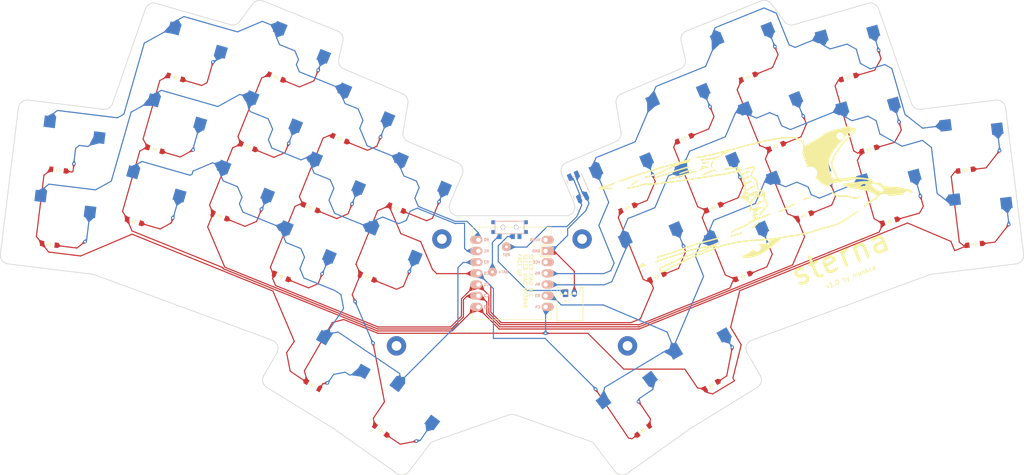
<source format=kicad_pcb>
(kicad_pcb (version 20241229) (generator "pcbnew") (generator_version "9.0")
  (title_block (title "sterna") (rev "v1.0.0") (company "Unknown"))
  (layers (0 "F.Cu" signal) (2 "B.Cu" signal) (13 "F.Paste" user) (15 "B.Paste" user) (5 "F.SilkS" user "F.Silkscreen") (7 "B.SilkS" user "B.Silkscreen") (1 "F.Mask" user) (3 "B.Mask" user) (25 "Edge.Cuts" user))
  (net 0 "")
  (net 1 "R1")
  (net 2 "pinky_bottom")
  (net 3 "R0")
  (net 4 "pinky_home")
  (net 5 "R2")
  (net 6 "ring_bottom")
  (net 7 "ring_home")
  (net 8 "ring_top")
  (net 9 "middle_bottom")
  (net 10 "middle_home")
  (net 11 "middle_top")
  (net 12 "index_bottom")
  (net 13 "index_home")
  (net 14 "index_top")
  (net 15 "inner_home")
  (net 16 "inner_top")
  (net 17 "R4")
  (net 18 "mirror_pinky_bottom")
  (net 19 "R5")
  (net 20 "mirror_pinky_home")
  (net 21 "R3")
  (net 22 "mirror_ring_bottom")
  (net 23 "mirror_ring_home")
  (net 24 "mirror_ring_top")
  (net 25 "mirror_middle_bottom")
  (net 26 "mirror_middle_home")
  (net 27 "mirror_middle_top")
  (net 28 "mirror_index_bottom")
  (net 29 "mirror_index_home")
  (net 30 "mirror_index_top")
  (net 31 "mirror_inner_home")
  (net 32 "mirror_inner_top")
  (net 33 "home_thumb")
  (net 34 "reachy_thumb")
  (net 35 "mirror_home_thumb")
  (net 36 "mirror_reachy_thumb")
  (net 37 "C4")
  (net 38 "C3")
  (net 39 "C2")
  (net 40 "C1")
  (net 41 "C0")
  (net 42 "VUSB")
  (net 43 "GND")
  (net 44 "VCC")
  (net 45 "RST")
  (net 46 "BAT+")
  (net 47 "BAT_POS")
  (footprint "E73:SPDT_C128955" (layer "F.Cu") (at 168.837528 134.652132)
    (property "Reference" "T1" (hide yes))
    (property "Value" "" (hide yes))
  )
  (footprint "ComboDiode" (layer "F.Cu") (at 143.148142 130.329922 -23)
    (property "Reference" "D13" (hide yes))
    (property "Value" "" (hide yes))
  )
  (footprint "PG1350" (layer "F.Cu") (at 196.362734 177.061459 37)
    (property "Reference" "S30" (hide yes))
    (property "Value" "" (hide yes))
  )
  (footprint "LOGO" (layer "F.Cu") (at 224.251698 127.739966)
    (property "Reference" "G***")
    (property "Value" "LOGO" (hide yes))
  )
  (footprint "xiao-ble" (layer "F.Cu") (at 169.387529 145.152132)
    (property "Reference" "MCU1" (hide yes))
    (property "Value" "")
  )
  (footprint "PG1350" (layer "F.Cu") (at 212.261015 166.538616 30)
    (property "Reference" "S29" (hide yes))
    (property "Value" "" (hide yes))
  )
  (footprint "ComboDiode" (layer "F.Cu") (at 235.696662 132.09773 22)
    (property "Reference" "D19" (hide yes))
    (property "Value" "" (hide yes))
  )
  (footprint "MountingHole_2.2mm_M2_Pad" (layer "F.Cu") (at 185.298255 137.348603 23)
    (property "Reference" "PAD2" (hide yes))
    (property "Value" "" (hide yes))
  )
  (footprint "ComboDiode" (layer "F.Cu") (at 195.626915 130.329922 23)
    (property "Reference" "D26" (hide yes))
    (property "Value" "" (hide yes))
  )
  (footprint "MountingHole_2.2mm_M2" (layer "F.Cu") (at 104.003111 100.262244 -19)
    (property "Reference" "PAD7" (hide yes))
    (property "Value" "" (hide yes))
  )
  (footprint "PG1350" (layer "F.Cu") (at 253.84054 128.807571 16)
    (property "Reference" "S16" (hide yes))
    (property "Value" "" (hide yes))
  )
  (footprint "PG1350" (layer "F.Cu") (at 84.934517 128.807571 -16)
    (property "Reference" "S3" (hide yes))
    (property "Value" "" (hide yes))
  )
  (footprint "MountingHole_2.2mm_M2_Pad" (layer "F.Cu") (at 195.603788 161.626917 23)
    (property "Reference" "PAD4" (hide yes))
    (property "Value" "" (hide yes))
  )
  (footprint "ComboDiode" (layer "F.Cu") (at 229.32835 116.335606 22)
    (property "Reference" "D20" (hide yes))
    (property "Value" "" (hide yes))
  )
  (footprint "MountingHole_2.2mm_M2_Pad" (layer "F.Cu") (at 143.171271 161.626918 -23)
    (property "Reference" "PAD3" (hide yes))
    (property "Value" "" (hide yes))
  )
  (footprint "PG1350" (layer "F.Cu") (at 111.207359 111.977842 -22)
    (property "Reference" "S7" (hide yes))
    (property "Value" "" (hide yes))
  )
  (footprint "MountingHole_2.2mm_M2" (layer "F.Cu") (at 134.463182 171.800039 -33.5)
    (property "Reference" "PAD5" (hide yes))
    (property "Value" "" (hide yes))
  )
  (footprint "PG1350" (layer "F.Cu") (at 213.290049 125.874175 23)
    (property "Reference" "S23" (hide yes))
    (property "Value" "" (hide yes))
  )
  (footprint "ComboDiode" (layer "F.Cu") (at 123.648572 130.200548 -23)
    (property "Reference" "D10" (hide yes))
    (property "Value" "" (hide yes))
  )
  (footprint "PG1350" (layer "F.Cu") (at 206.64762 110.225593 23)
    (property "Reference" "S24" (hide yes))
    (property "Value" "" (hide yes))
  )
  (footprint "ComboDiode" (layer "F.Cu") (at 202.269343 145.978505 23)
    (property "Reference" "D25" (hide yes))
    (property "Value" "" (hide yes))
  )
  (footprint "ComboDiode" (layer "F.Cu") (at 245.764365 100.642605 16)
    (property "Reference" "D18" (hide yes))
    (property "Value" "" (hide yes))
  )
  (footprint "MountingHole_2.2mm_M2" (layer "F.Cu") (at 234.771947 100.262244 19)
    (property "Reference" "PAD8" (hide yes))
    (property "Value" "" (hide yes))
  )
  (footprint "ComboDiode" (layer "F.Cu") (at 117.006144 145.849132 -23)
    (property "Reference" "D9" (hide yes))
    (property "Value" "" (hide yes))
  )
  (footprint "ComboDiode" (layer "F.Cu") (at 255.136038 133.325502 16)
    (property "Reference" "D16" (hide yes))
    (property "Value" "" (hide yes))
  )
  (footprint "ComboDiode" (layer "F.Cu") (at 109.44671 116.335604 -22)
    (property "Reference" "D7" (hide yes))
    (property "Value" "" (hide yes))
  )
  (footprint "ComboDiode" (layer "F.Cu") (at 103.078397 132.097732 -22)
    (property "Reference" "D6" (hide yes))
    (property "Value" "" (hide yes))
  )
  (footprint "PG1350" (layer "F.Cu") (at 125.48501 125.874176 -23)
    (property "Reference" "S10" (hide yes))
    (property "Value" "" (hide yes))
  )
  (footprint "PG1350" (layer "F.Cu") (at 273.828663 133.897008 7)
    (property "Reference" "S14" (hide yes))
    (property "Value" "" (hide yes))
  )
  (footprint "JST_PH_S2B-PH-K_02x2.00mm_Angled" (layer "F.Cu") (at 182.537529 149.652132)
    (property "Reference" "JST1" (hide yes))
    (property "Value" "" (hide yes))
  )
  (footprint "ComboDiode" (layer "F.Cu") (at 199.191266 180.815047 37)
    (property "Reference" "D30" (hide yes))
    (property "Value" "" (hide yes))
  )
  (footprint "PG1350" (layer "F.Cu") (at 67.018175 117.023726 -7)
    (property "Reference" "S2" (hide yes))
    (property "Value" "" (hide yes))
  )
  (footprint "PG1350" (layer "F.Cu") (at 89.620355 112.466123 -16)
    (property "Reference" "S4" (hide yes))
    (property "Value" "" (hide yes))
  )
  (footprint "ComboDiode" (layer "F.Cu") (at 115.815021 100.573481 -22)
    (property "Reference" "D8" (hide yes))
    (property "Value" "" (hide yes))
  )
  (footprint "PG1350" (layer "F.Cu") (at 200.432906 141.652133 23)
    (property "Reference" "S25" (hide yes))
    (property "Value" "" (hide yes))
  )
  (footprint "MountingHole_2.2mm_M2_Pad" (layer "F.Cu") (at 153.476803 137.348603 -23)
    (property "Reference" "PAD1" (hide yes))
    (property "Value" "" (hide yes))
  )
  (footprint "ComboDiode" (layer "F.Cu") (at 214.611018 170.608935 30)
    (property "Reference" "D29" (hide yes))
    (property "Value" "" (hide yes))
  )
  (footprint "MountingHole_2.2mm_M2" (layer "F.Cu") (at 204.311877 171.800037 33.5)
    (property "Reference" "PAD6" (hide yes))
    (property "Value" "" (hide yes))
  )
  (footprint "ComboDiode" (layer "F.Cu") (at 208.484056 114.551967 23)
    (property "Reference" "D24" (hide yes))
    (property "Value" "" (hide yes))
  )
  (footprint "ComboDiode" (layer "F.Cu") (at 274.401449 138.561975 7)
    (property "Reference" "D14" (hide yes))
    (property "Value" "" (hide yes))
  )
  (footprint "PG1350" (layer "F.Cu") (at 138.342152 141.652133 -23)
    (property "Reference" "S12" (hide yes))
    (property "Value" "" (hide yes))
  )
  (footprint "PG1350" (layer "F.Cu") (at 118.842582 141.522758 -23)
    (property "Reference" "S9" (hide yes))
    (property "Value" "" (hide yes))
  )
  (footprint "PG1350" (layer "F.Cu") (at 271.756884 117.023724 7)
    (property "Reference" "S15" (hide yes))
    (property "Value" "" (hide yes))
  )
  (footprint "ComboDiode" (layer "F.Cu") (at 130.291 114.551966 -23)
    (property "Reference" "D11" (hide yes))
    (property "Value" "" (hide yes))
  )
  (footprint "ComboDiode" (layer "F.Cu") (at 64.373608 138.561975 -7)
    (property "Reference" "D1" (hide yes))
    (property "Value" "" (hide yes))
  )
  (footprint "ComboDiode" (layer "F.Cu") (at 66.445388 121.688691 -7)
    (property "Reference" "D2" (hide yes))
    (property "Value" "" (hide yes))
  )
  (footprint "PG1350" (layer "F.Cu") (at 117.575671 96.215717 -22)
    (property "Reference" "S8" (hide yes))
    (property "Value" "" (hide yes))
  )
  (footprint "ComboDiode" (layer "F.Cu") (at 93.010692 100.642606 -16)
    (property "Reference" "D5" (hide yes))
    (property "Value" "" (hide yes))
  )
  (footprint "PG1350" (layer "F.Cu") (at 221.199389 96.215717 22)
    (property "Reference" "S21" (hide yes))
    (property "Value" "" (hide yes))
  )
  (footprint "MountingHole_2.2mm_M2" (layer "F.Cu") (at 261.892359 118.738692 7)
    (property "Reference" "PAD10" (hide yes))
    (property "Value" "" (hide yes))
  )
  (footprint "ComboDiode" (layer "F.Cu") (at 215.126485 130.200549 23)
    (property "Reference" "D23" (hide yes))
    (property "Value" "" (hide yes))
  )
  (footprint "PG1350" (layer "F.Cu") (at 94.306188 96.124675 -16)
    (property "Reference" "S5" (hide yes))
    (property "Value" "" (hide yes))
  )
  (footprint "ComboDiode" (layer "F.Cu") (at 88.324857 116.984053 -16)
    (property "Reference" "D4" (hide yes))
    (property "Value" "" (hide yes))
  )
  (footprint "PG1350" (layer "F.Cu") (at 244.468869 96.124674 16)
    (property "Reference" "S18" (hide yes))
    (property "Value" "" (hide yes))
  )
  (footprint "PG1350" (layer "F.Cu") (at 227.567701 111.97784 22)
    (property "Reference" "S20" (hide yes))
    (property "Value" "" (hide yes))
  )
  (footprint "PG1350" (layer "F.Cu") (at 104.839045 127.739966 -22)
    (property "Reference" "S6" (hide yes))
    (property "Value" "" (hide yes))
  )
  (footprint "ComboDiode" (layer "F.Cu") (at 136.505713 145.978505 -23)
    (property "Reference" "D12" (hide yes))
    (property "Value" "" (hide yes))
  )
  (footprint "MountingHole_2.2mm_M2" (layer "F.Cu") (at 76.882703 118.738692 -7)
    (property "Reference" "PAD9" (hide yes))
    (property "Value" "" (hide yes))
  )
  (footprint "PG1350" (layer "F.Cu") (at 144.984579 126.003549 -23)
    (property "Reference" "S13" (hide yes))
    (property "Value" "" (hide yes))
  )
  (footprint "ComboDiode" (layer "F.Cu") (at 250.450202 116.984053 16)
    (property "Reference" "D17" (hide yes))
    (property "Value" "" (hide yes))
  )
  (footprint "PG1350" (layer "F.Cu") (at 249.154703 112.466123 16)
    (property "Reference" "S17" (hide yes))
    (property "Value" "" (hide yes))
  )
  (footprint "PG1350" (layer "F.Cu") (at 126.514042 166.538617 -30)
    (property "Reference" "S27" (hide yes))
    (property "Value" "" (hide yes))
  )
  (footprint "PG1350" (layer "F.Cu") (at 132.127437 110.225593 -23)
    (property "Reference" "S11" (hide yes))
    (property "Value" "" (hide yes))
  )
  (footprint "ComboDiode" (layer "F.Cu") (at 272.32967 121.688691 7)
    (property "Reference" "D15" (hide yes))
    (property "Value" "" (hide yes))
  )
  (footprint "PG1350" (layer "F.Cu") (at 193.790477 126.003551 23)
    (property "Reference" "S26" (hide yes))
    (property "Value" "" (hide yes))
  )
  (footprint "ComboDiode" (layer "F.Cu") (at 221.768916 145.849132 23)
    (property "Reference" "D22" (hide yes))
    (property "Value" "" (hide yes))
  )
  (footprint "ComboDiode" (layer "F.Cu") (at 222.960039 100.57348 22)
    (property "Reference" "D21" (hide yes))
    (property "Value" "" (hide yes))
  )
  (footprint "ComboDiode" (layer "F.Cu") (at 124.164043 170.608935 -30)
    (property "Reference" "D27" (hide yes))
    (property "Value" "" (hide yes))
  )
  (footprint "PG1350" (layer "F.Cu") (at 233.936012 127.739966 22)
    (property "Reference" "S19" (hide yes))
    (property "Value" "" (hide yes))
  )
  (footprint "PG1350" (layer "F.Cu") (at 219.932475 141.522758 23)
    (property "Reference" "S22" (hide yes))
    (property "Value" "" (hide yes))
  )
  (footprint "ComboDiode" (layer "F.Cu") (at 139.583796 180.815047 -37)
    (property "Reference" "D28" (hide yes))
    (property "Value" "" (hide yes))
  )
  (footprint "PG1350" (layer "F.Cu") (at 142.412323 177.061459 -37)
    (property "Reference" "S28" (hide yes))
    (property "Value" "" (hide yes))
  )
  (footprint "ComboDiode" (layer "F.Cu") (at 83.639022 133.325502 -16)
    (property "Reference" "D3" (hide yes))
    (property "Value" "" (hide yes))
  )
  (footprint "PG1350" (layer "F.Cu") (at 64.946394 133.897009 -7)
    (property "Reference" "S1" (hide yes))
    (property "Value" "" (hide yes))
  )
  (footprint "Panasonic_EVQPUL_EVQPUC" (layer "B.Cu") (at 184.351604 125.393082 113)
    (property "Reference" "B1" (hide yes))
    (property "Value" "")
  )
  (gr_line (start 114.976664 160.342879) (end 74.584672 145.460863) (stroke (width 0.15)) (layer "Edge.Cuts"))
  (gr_line (start 192.776375 190.164835) (end 188.141011 184.013493) (stroke (width 0.15)) (layer "Edge.Cuts"))
  (gr_arc (start 57.353726 107.525123) (mid 58.107499 106.192862) (end 59.582555 105.78377) (stroke (width 0.15)) (layer "Edge.Cuts"))
  (gr_arc (start 262.185051 107.872021) (mid 260.88389 107.584554) (end 260.052148 106.543486) (stroke (width 0.15)) (layer "Edge.Cuts"))
  (gr_line (start 228.248331 83.927536) (end 231.205434 87.91495) (stroke (width 0.15)) (layer "Edge.Cuts"))
  (gr_line (start 150.634048 184.013493) (end 145.998683 190.164834) (stroke (width 0.15)) (layer "Edge.Cuts"))
  (gr_arc (start 233.363158 88.646118) (mid 232.170016 88.61779) (end 231.205434 87.91495) (stroke (width 0.15)) (layer "Edge.Cuts"))
  (gr_arc (start 193.013021 106.549925) (mid 193.22964 105.254489) (end 194.203112 104.372781) (stroke (width 0.15)) (layer "Edge.Cuts"))
  (gr_arc (start 264.190386 145.460862) (mid 264.411107 145.393718) (end 264.638091 145.352446) (stroke (width 0.15)) (layer "Edge.Cuts"))
  (gr_line (start 194.122187 113.055574) (end 193.013024 106.549925) (stroke (width 0.15)) (layer "Edge.Cuts"))
  (gr_arc (start 194.122185 113.055573) (mid 193.905548 114.350991) (end 192.932097 115.232718) (stroke (width 0.15)) (layer "Edge.Cuts"))
  (gr_arc (start 114.976664 160.342879) (mid 116.165953 161.539222) (end 116.017274 163.219552) (stroke (width 0.15)) (layer "Edge.Cuts"))
  (gr_line (start 233.363155 88.646117) (end 250.157976 83.830281) (stroke (width 0.15)) (layer "Edge.Cuts"))
  (gr_line (start 158.103539 122.609744) (end 155.279205 129.263456) (stroke (width 0.15)) (layer "Edge.Cuts"))
  (gr_arc (start 209.916305 180.38492) (mid 209.969811 180.348245) (end 210.024476 180.313323) (stroke (width 0.15)) (layer "Edge.Cuts"))
  (gr_line (start 208.977187 90.098823) (end 225.892669 83.264525) (stroke (width 0.15)) (layer "Edge.Cuts"))
  (gr_arc (start 168.723807 177.294955) (mid 169.387529 177.181612) (end 170.051252 177.294956) (stroke (width 0.15)) (layer "Edge.Cuts"))
  (gr_line (start 53.271101 140.775419) (end 57.353725 107.525123) (stroke (width 0.15)) (layer "Edge.Cuts"))
  (gr_line (start 145.842961 115.232717) (end 157.043989 119.987272) (stroke (width 0.15)) (layer "Edge.Cuts"))
  (gr_arc (start 250.157974 83.83028) (mid 251.630226 83.977435) (end 252.598411 85.096249) (stroke (width 0.15)) (layer "Edge.Cuts"))
  (gr_arc (start 145.842961 115.232717) (mid 144.869473 114.351005) (end 144.65287 113.055573) (stroke (width 0.15)) (layer "Edge.Cuts"))
  (gr_line (start 208.707433 96.419342) (end 207.777933 92.404265) (stroke (width 0.15)) (layer "Edge.Cuts"))
  (gr_line (start 143.244033 190.592301) (end 128.858752 180.38492) (stroke (width 0.15)) (layer "Edge.Cuts"))
  (gr_arc (start 208.707433 96.419342) (mid 208.541229 97.777841) (end 207.540425 98.711427) (stroke (width 0.15)) (layer "Edge.Cuts"))
  (gr_arc (start 157.120211 132.044919) (mid 155.452403 131.148793) (end 155.279205 129.263456) (stroke (width 0.15)) (layer "Edge.Cuts"))
  (gr_arc (start 86.176646 85.09625) (mid 87.144851 83.977455) (end 88.617083 83.83028) (stroke (width 0.15)) (layer "Edge.Cuts"))
  (gr_line (start 225.041197 171.059948) (end 210.024476 180.313323) (stroke (width 0.15)) (layer "Edge.Cuts"))
  (gr_arc (start 150.634048 184.013493) (mid 151.050372 183.603029) (end 151.567597 183.330466) (stroke (width 0.15)) (layer "Edge.Cuts"))
  (gr_arc (start 222.757785 163.219552) (mid 222.609121 161.539237) (end 223.798394 160.342879) (stroke (width 0.15)) (layer "Edge.Cuts"))
  (gr_arc (start 107.569623 87.91495) (mid 106.605047 88.617781) (end 105.411901 88.646118) (stroke (width 0.15)) (layer "Edge.Cuts"))
  (gr_arc (start 285.503955 140.775419) (mid 285.094895 142.250485) (end 283.762605 143.00425) (stroke (width 0.15)) (layer "Edge.Cuts"))
  (gr_line (start 88.617082 83.830282) (end 105.411901 88.646118) (stroke (width 0.15)) (layer "Edge.Cuts"))
  (gr_arc (start 183.495854 129.263459) (mid 183.322588 131.148773) (end 181.654844 132.044922) (stroke (width 0.15)) (layer "Edge.Cuts"))
  (gr_arc (start 78.72291 106.543488) (mid 77.891158 107.584547) (end 76.590009 107.872022) (stroke (width 0.15)) (layer "Edge.Cuts"))
  (gr_line (start 283.762605 143.00425) (end 264.638091 145.352446) (stroke (width 0.15)) (layer "Edge.Cuts"))
  (gr_arc (start 55.012455 143.004249) (mid 53.680183 142.250479) (end 53.271101 140.775419) (stroke (width 0.15)) (layer "Edge.Cuts"))
  (gr_line (start 145.762035 106.549926) (end 144.65287 113.055573) (stroke (width 0.15)) (layer "Edge.Cuts"))
  (gr_line (start 107.569621 87.914951) (end 110.52673 83.927536) (stroke (width 0.15)) (layer "Edge.Cuts"))
  (gr_arc (start 157.043989 119.987272) (mid 158.116877 121.079071) (end 158.103539 122.609744) (stroke (width 0.15)) (layer "Edge.Cuts"))
  (gr_line (start 112.88239 83.264526) (end 129.797871 90.098826) (stroke (width 0.15)) (layer "Edge.Cuts"))
  (gr_line (start 252.598414 85.096248) (end 260.052148 106.543486) (stroke (width 0.15)) (layer "Edge.Cuts"))
  (gr_line (start 113.051018 168.357252) (end 116.017274 163.219552) (stroke (width 0.15)) (layer "Edge.Cuts"))
  (gr_arc (start 225.724039 168.357254) (mid 225.931074 169.847176) (end 225.041197 171.059948) (stroke (width 0.15)) (layer "Edge.Cuts"))
  (gr_line (start 74.136968 145.352445) (end 55.012457 143.00425) (stroke (width 0.15)) (layer "Edge.Cuts"))
  (gr_arc (start 129.797868 90.098822) (mid 130.82297 91.030221) (end 130.997125 92.404266) (stroke (width 0.15)) (layer "Edge.Cuts"))
  (gr_line (start 264.190386 145.460862) (end 223.798394 160.342879) (stroke (width 0.15)) (layer "Edge.Cuts"))
  (gr_arc (start 279.192504 105.78377) (mid 280.66754 106.192859) (end 281.421332 107.525123) (stroke (width 0.15)) (layer "Edge.Cuts"))
  (gr_line (start 128.750583 180.313323) (end 113.733861 171.059945) (stroke (width 0.15)) (layer "Edge.Cuts"))
  (gr_arc (start 187.20746 183.330467) (mid 187.72469 183.603018) (end 188.141011 184.013493) (stroke (width 0.15)) (layer "Edge.Cuts"))
  (gr_arc (start 131.234633 98.711426) (mid 130.233789 97.777862) (end 130.067626 96.419341) (stroke (width 0.15)) (layer "Edge.Cuts"))
  (gr_line (start 187.20746 183.330467) (end 170.051252 177.294956) (stroke (width 0.15)) (layer "Edge.Cuts"))
  (gr_line (start 281.421332 107.525123) (end 285.503957 140.775422) (stroke (width 0.15)) (layer "Edge.Cuts"))
  (gr_line (start 181.731067 119.987272) (end 192.932097 115.232718) (stroke (width 0.15)) (layer "Edge.Cuts"))
  (gr_arc (start 180.671519 122.609744) (mid 180.658157 121.07907) (end 181.731067 119.987272) (stroke (width 0.15)) (layer "Edge.Cuts"))
  (gr_line (start 262.185052 107.872023) (end 279.192503 105.783771) (stroke (width 0.15)) (layer "Edge.Cuts"))
  (gr_arc (start 195.531028 190.592301) (mid 194.066977 190.937513) (end 192.776375 190.164835) (stroke (width 0.15)) (layer "Edge.Cuts"))
  (gr_line (start 130.997125 92.404266) (end 130.067626 96.419341) (stroke (width 0.15)) (layer "Edge.Cuts"))
  (gr_line (start 209.916305 180.38492) (end 195.531027 190.592303) (stroke (width 0.15)) (layer "Edge.Cuts"))
  (gr_arc (start 128.750583 180.313323) (mid 128.805247 180.348246) (end 128.858752 180.38492) (stroke (width 0.15)) (layer "Edge.Cuts"))
  (gr_line (start 194.203112 104.372781) (end 207.540425 98.711427) (stroke (width 0.15)) (layer "Edge.Cuts"))
  (gr_arc (start 225.892669 83.264525) (mid 227.183744 83.193686) (end 228.248331 83.927536) (stroke (width 0.15)) (layer "Edge.Cuts"))
  (gr_arc (start 145.998679 190.164834) (mid 144.708096 190.937549) (end 143.244033 190.592301) (stroke (width 0.15)) (layer "Edge.Cuts"))
  (gr_arc (start 144.571948 104.372783) (mid 145.545406 105.254501) (end 145.762035 106.549926) (stroke (width 0.15)) (layer "Edge.Cuts"))
  (gr_line (start 59.582555 105.78377) (end 76.590009 107.872022) (stroke (width 0.15)) (layer "Edge.Cuts"))
  (gr_line (start 183.495851 129.263456) (end 180.671519 122.609744) (stroke (width 0.15)) (layer "Edge.Cuts"))
  (gr_arc (start 207.777933 92.404266) (mid 207.952097 91.030223) (end 208.977187 90.098823) (stroke (width 0.15)) (layer "Edge.Cuts"))
  (gr_line (start 157.120217 132.044919) (end 181.654844 132.044922) (stroke (width 0.15)) (layer "Edge.Cuts"))
  (gr_arc (start 113.733861 171.059945) (mid 112.84403 169.847166) (end 113.051018 168.357252) (stroke (width 0.15)) (layer "Edge.Cuts"))
  (gr_line (start 222.757785 163.219552) (end 225.724039 168.357254) (stroke (width 0.15)) (layer "Edge.Cuts"))
  (gr_line (start 131.234633 98.711426) (end 144.571947 104.37278) (stroke (width 0.15)) (layer "Edge.Cuts"))
  (gr_line (start 168.723807 177.294955) (end 151.567597 183.330466) (stroke (width 0.15)) (layer "Edge.Cuts"))
  (gr_line (start 78.722908 106.543486) (end 86.176643 85.096247) (stroke (width 0.15)) (layer "Edge.Cuts"))
  (gr_arc (start 74.136968 145.352445) (mid 74.363952 145.393722) (end 74.584672 145.460863) (stroke (width 0.15)) (layer "Edge.Cuts"))
  (gr_arc (start 110.52673 83.927536) (mid 111.59132 83.193677) (end 112.88239 83.264526) (stroke (width 0.15)) (layer "Edge.Cuts"))
  (gr_text "v1.0 by munkca" (at 240.877262 148.771933 22) (layer "F.SilkS") (effects (font (size 1 1)) (justify left bottom)))
  (gr_text "sterna" (at 233.74641 148.74094 22) (layer "F.SilkS") (effects (font (size 5 5) (thickness 0.625)) (justify left bottom)))
  (segment (start 62.595879 126.211573) (end 62.418608 127.655309) (width 0.25) (layer "B.Cu") (net 1))
  (segment (start 109.944304 108.386295) (end 109.537044 107.42684) (width 0.25) (layer "B.Cu") (net 1))
  (segment (start 82.937154 108.523867) (end 78.692344 123.327296) (width 0.25) (layer "B.Cu") (net 1))
  (segment (start 88.581219 104.263453) (end 88.109943 105.906972) (width 0.25) (layer "B.Cu") (net 1))
  (segment (start 127.859246 128.512897) (end 128.945608 125.824069) (width 0.25) (layer "B.Cu") (net 1))
  (segment (start 159.268885 140.134184) (end 158.618882 139.48419) (width 0.25) (layer "B.Cu") (net 1))
  (segment (start 156.76788 133.785182) (end 156.579322 133.865221) (width 0.25) (layer "B.Cu") (net 1))
  (segment (start 89.824068 103.574534) (end 88.581219 104.263453) (width 0.25) (layer "B.Cu") (net 1))
  (segment (start 138.41837 133.05685) (end 137.650034 134.958555) (width 0.25) (layer "B.Cu") (net 1))
  (segment (start 146.253022 131.037125) (end 145.410152 133.123297) (width 0.25) (layer "B.Cu") (net 1))
  (segment (start 78.444262 124.192432) (end 74.857252 126.180742) (width 0.25) (layer "B.Cu") (net 1))
  (segment (start 109.537044 107.42684) (end 110.39743 105.297334) (width 0.25) (layer "B.Cu") (net 1))
  (segment (start 145.410152 133.123297) (end 143.71782 133.841644) (width 0.25) (layer "B.Cu") (net 1))
  (segment (start 102.630264 107.246647) (end 89.824068 103.574534) (width 0.25) (layer "B.Cu") (net 1))
  (segment (start 114.09095 114.807197) (end 115.06492 112.39652) (width 0.25) (layer "B.Cu") (net 1))
  (segment (start 140.055442 132.361942) (end 138.41837 133.05685) (width 0.25) (layer "B.Cu") (net 1))
  (segment (start 161.419904 140.135212) (end 161.418884 140.134183) (width 0.25) (layer "B.Cu") (net 1))
  (segment (start 115.06492 112.39652) (end 114.070271 110.0533) (width 0.25) (layer "B.Cu") (net 1))
  (segment (start 156.579322 133.865221) (end 147.875222 130.348541) (width 0.25) (layer "B.Cu") (net 1))
  (segment (start 123.981845 121.188004) (end 124.79289 119.180598) (width 0.25) (layer "B.Cu") (net 1))
  (segment (start 88.109943 105.906972) (end 87.812195 105.821593) (width 0.25) (layer "B.Cu") (net 1))
  (segment (start 121.521553 119.373238) (end 114.892171 116.694795) (width 0.25) (layer "B.Cu") (net 1))
  (segment (start 124.50073 122.410411) (end 123.981845 121.188004) (width 0.25) (layer "B.Cu") (net 1))
  (segment (start 137.650034 134.958555) (end 129.134948 131.518237) (width 0.25) (layer "B.Cu") (net 1))
  (segment (start 158.618882 139.48419) (end 158.618873 133.785187) (width 0.25) (layer "B.Cu") (net 1))
  (segment (start 128.116747 123.871379) (end 124.50073 122.410411) (width 0.25) (layer "B.Cu") (net 1))
  (segment (start 87.812195 105.821593) (end 82.937154 108.523867) (width 0.25) (layer "B.Cu") (net 1))
  (segment (start 158.618873 133.785187) (end 156.76788 133.785182) (width 0.25) (layer "B.Cu") (net 1))
  (segment (start 143.71782 133.841644) (end 140.055442 132.361942) (width 0.25) (layer "B.Cu") (net 1))
  (segment (start 78.692344 123.327296) (end 78.444262 124.192432) (width 0.25) (layer "B.Cu") (net 1))
  (segment (start 128.945608 125.824069) (end 128.116747 123.871379) (width 0.25) (layer "B.Cu") (net 1))
  (segment (start 74.857252 126.180742) (end 64.295239 124.883888) (width 0.25) (layer "B.Cu") (net 1))
  (segment (start 114.070271 110.0533) (end 109.944304 108.386295) (width 0.25) (layer "B.Cu") (net 1))
  (segment (start 129.134948 131.518237) (end 127.859246 128.512897) (width 0.25) (layer "B.Cu") (net 1))
  (segment (start 64.295239 124.883888) (end 62.595879 126.211573) (width 0.25) (layer "B.Cu") (net 1))
  (segment (start 110.39743 105.297334) (end 107.596063 104.494064) (width 0.25) (layer "B.Cu") (net 1))
  (segment (start 147.875222 130.348541) (end 146.253022 131.037125) (width 0.25) (layer "B.Cu") (net 1))
  (segment (start 107.596063 104.494064) (end 102.630264 107.246647) (width 0.25) (layer "B.Cu") (net 1))
  (segment (start 161.418884 140.134183) (end 159.268885 140.134184) (width 0.25) (layer "B.Cu") (net 1))
  (segment (start 161.76521 140.135207) (end 161.419904 140.135212) (width 0.25) (layer "B.Cu") (net 1))
  (segment (start 124.79289 119.180598) (end 123.349358 118.597374) (width 0.25) (layer "B.Cu") (net 1))
  (segment (start 123.349358 118.597374) (end 121.521553 119.373238) (width 0.25) (layer "B.Cu") (net 1))
  (segment (start 114.892171 116.694795) (end 114.09095 114.807197) (width 0.25) (layer "B.Cu") (net 1))
  (segment (start 66.00899 138.826134) (end 70.632307 139.393808) (width 0.25) (layer "F.Cu") (net 2))
  (segment (start 70.632307 139.393808) (end 72.47763 137.95208) (width 0.25) (layer "F.Cu") (net 2))
  (via (at 72.47763 137.95208) (size 0.8) (drill 0.4) (layers "F.Cu" "B.Cu") (net 2))
  (segment (start 72.47763 137.95208) (end 72.824319 137.681217) (width 0.25) (layer "B.Cu") (net 2))
  (segment (start 72.824319 137.681217) (end 73.614402 131.246502) (width 0.25) (layer "B.Cu") (net 2))
  (segment (start 64.667653 109.33829) (end 64.490391 110.782026) (width 0.25) (layer "B.Cu") (net 3))
  (segment (start 85.925957 92.840137) (end 81.295245 108.989334) (width 0.25) (layer "B.Cu") (net 3))
  (segment (start 156.468888 133.334189) (end 148.143136 129.970369) (width 0.25) (layer "B.Cu") (net 3))
  (segment (start 148.314293 125.668362) (end 147.678834 124.171302) (width 0.25) (layer "B.Cu") (net 3))
  (segment (start 92.16158 89.383673) (end 85.925957 92.840137) (width 0.25) (layer "B.Cu") (net 3))
  (segment (start 116.626371 93.182357) (end 115.942819 91.572003) (width 0.25) (layer "B.Cu") (net 3))
  (segment (start 94.91563 86.806063) (end 93.334613 87.682441) (width 0.25) (layer "B.Cu") (net 3))
  (segment (start 120.932176 96.539808) (end 120.10331 94.587123) (width 0.25) (layer "B.Cu") (net 3))
  (segment (start 115.942819 91.572003) (end 116.765735 89.535213) (width 0.25) (layer "B.Cu") (net 3))
  (segment (start 92.795785 89.565531) (end 92.16158 89.383673) (width 0.25) (layer "B.Cu") (net 3))
  (segment (start 143.795018 120.541205) (end 144.292462 119.309978) (width 0.25) (layer "B.Cu") (net 3))
  (segment (start 112.70542 87.894733) (end 107.063738 90.289483) (width 0.25) (layer "B.Cu") (net 3))
  (segment (start 131.491376 106.576178) (end 130.832511 105.024) (width 0.25) (layer "B.Cu") (net 3))
  (segment (start 135.563514 110.378482) (end 134.458347 107.774902) (width 0.25) (layer "B.Cu") (net 3))
  (segment (start 107.063738 90.289483) (end 94.91563 86.806063) (width 0.25) (layer "B.Cu") (net 3))
  (segment (start 81.295245 108.989334) (end 79.810975 109.812081) (width 0.25) (layer "B.Cu") (net 3))
  (segment (start 79.810975 109.812081) (end 66.200258 108.140891) (width 0.25) (layer "B.Cu") (net 3))
  (segment (start 66.200258 108.140891) (end 64.667653 109.33829) (width 0.25) (layer "B.Cu") (net 3))
  (segment (start 130.832511 105.024) (end 131.435319 103.532014) (width 0.25) (layer "B.Cu") (net 3))
  (segment (start 134.833033 112.186493) (end 135.563514 110.378482) (width 0.25) (layer "B.Cu") (net 3))
  (segment (start 120.445188 97.745151) (end 120.932176 96.539808) (width 0.25) (layer "B.Cu") (net 3))
  (segment (start 144.850917 123.028748) (end 143.795018 120.541205) (width 0.25) (layer "B.Cu") (net 3))
  (segment (start 131.435319 103.532014) (end 121.135081 99.37045) (width 0.25) (layer "B.Cu") (net 3))
  (segment (start 161.76522 137.595204) (end 161.765214 135.930513) (width 0.25) (layer "B.Cu") (net 3))
  (segment (start 120.10331 94.587123) (end 116.626371 93.182357) (width 0.25) (layer "B.Cu") (net 3))
  (segment (start 93.335363 87.683792) (end 92.795785 89.565531) (width 0.25) (layer "B.Cu") (net 3))
  (segment (start 134.458347 107.774902) (end 131.491376 106.576178) (width 0.25) (layer "B.Cu") (net 3))
  (segment (start 136.524577 116.171549) (end 134.833033 112.186493) (width 0.25) (layer "B.Cu") (net 3))
  (segment (start 147.678834 124.171302) (end 144.850917 123.028748) (width 0.25) (layer "B.Cu") (net 3))
  (segment (start 121.135081 99.37045) (end 120.445188 97.745151) (width 0.25) (layer "B.Cu") (net 3))
  (segment (start 161.765214 135.930513) (end 159.168882 133.334176) (width 0.25) (layer "B.Cu") (net 3))
  (segment (start 148.143136 129.970369) (end 147.340313 128.079044) (width 0.25) (layer "B.Cu") (net 3))
  (segment (start 144.292462 119.309978) (end 136.524577 116.171549) (width 0.25) (layer "B.Cu") (net 3))
  (segment (start 116.765735 89.535213) (end 112.70542 87.894733) (width 0.25) (layer "B.Cu") (net 3))
  (segment (start 159.168882 133.334176) (end 156.468888 133.334189) (width 0.25) (layer "B.Cu") (net 3))
  (segment (start 93.334613 87.682441) (end 93.335363 87.683792) (width 0.25) (layer "B.Cu") (net 3))
  (segment (start 147.340313 128.079044) (end 148.314293 125.668362) (width 0.25) (layer "B.Cu") (net 3))
  (segment (start 69.534471 122.12543) (end 69.757365 121.951304) (width 0.25) (layer "F.Cu") (net 4))
  (segment (start 68.080775 121.952848) (end 68.08875 121.953828) (width 0.25) (layer "F.Cu") (net 4))
  (segment (start 69.757365 121.951304) (end 69.964541 120.263972) (width 0.25) (layer "F.Cu") (net 4))
  (segment (start 68.095282 121.948723) (end 69.534471 122.12543) (width 0.25) (layer "F.Cu") (net 4))
  (segment (start 68.08875 121.953828) (end 68.095282 121.948723) (width 0.25) (layer "F.Cu") (net 4))
  (via (at 69.964541 120.263972) (size 0.8) (drill 0.4) (layers "F.Cu" "B.Cu") (net 4))
  (segment (start 71.18336 116.081325) (end 70.34755 116.734332) (width 0.25) (layer "B.Cu") (net 4))
  (segment (start 70.323173 116.932843) (end 69.921006 120.208247) (width 0.25) (layer "B.Cu") (net 4))
  (segment (start 75.686189 114.373214) (end 73.185289 116.327134) (width 0.25) (layer "B.Cu") (net 4))
  (segment (start 69.964541 120.263972) (end 70.008072 120.319691) (width 0.25) (layer "B.Cu") (net 4))
  (segment (start 69.921006 120.208247) (end 69.964541 120.263972) (width 0.25) (layer "B.Cu") (net 4))
  (segment (start 70.34755 116.734332) (end 70.323173 116.932843) (width 0.25) (layer "B.Cu") (net 4))
  (segment (start 73.185289 116.327134) (end 71.18336 116.081325) (width 0.25) (layer "B.Cu") (net 4))
  (segment (start 118.086051 138.153809) (end 121.470282 139.52112) (width 0.25) (layer "B.Cu") (net 5))
  (segment (start 107.090401 125.460482) (end 108.112664 127.868792) (width 0.25) (layer "B.Cu") (net 5))
  (segment (start 144.138572 169.270085) (end 143.375275 170.401703) (width 0.25) (layer "B.Cu") (net 5))
  (segment (start 103.845258 124.149363) (end 107.090401 125.460482) (width 0.25) (layer "B.Cu") (net 5))
  (segment (start 126.650496 159.811337) (end 127.195259 159.003687) (width 0.25) (layer "B.Cu") (net 5))
  (segment (start 104.029117 121.059462) (end 103.299849 122.864457) (width 0.25) (layer "B.Cu") (net 5))
  (segment (start 130.552129 149.958573) (end 131.166022 153.116789) (width 0.25) (layer "B.Cu") (net 5))
  (segment (start 121.250242 144.069931) (end 122.161997 146.217878) (width 0.25) (layer "B.Cu") (net 5))
  (segment (start 101.452291 120.018356) (end 104.029117 121.059462) (width 0.25) (layer "B.Cu") (net 5))
  (segment (start 83.424113 122.248416) (end 83.909165 120.55684) (width 0.25) (layer "B.Cu") (net 5))
  (segment (start 129.254956 149.083617) (end 130.552129 149.958573) (width 0.25) (layer "B.Cu") (net 5))
  (segment (start 83.909165 120.55684) (end 85.392097 119.73484) (width 0.25) (layer "B.Cu") (net 5))
  (segment (start 96.982231 121.91578) (end 101.452291 120.018356) (width 0.25) (layer "B.Cu") (net 5))
  (segment (start 143.872205 167.899771) (end 144.138572 169.270085) (width 0.25) (layer "B.Cu") (net 5))
  (segment (start 96.784354 122.605825) (end 96.982231 121.91578) (width 0.25) (layer "B.Cu") (net 5))
  (segment (start 157.109014 143.87094) (end 157.109014 156.667962) (width 0.25) (layer "B.Cu") (net 5))
  (segment (start 157.109014 156.667962) (end 143.375276 170.401706) (width 0.25) (layer "B.Cu") (net 5))
  (segment (start 161.765204 142.675203) (end 158.304748 142.675198) (width 0.25) (layer "B.Cu") (net 5))
  (segment (start 158.304748 142.675198) (end 157.109014 143.87094) (width 0.25) (layer "B.Cu") (net 5))
  (segment (start 127.195259 159.003687) (end 129.902916 158.477369) (width 0.25) (layer "B.Cu") (net 5))
  (segment (start 103.299849 122.864457) (end 103.845258 124.149363) (width 0.25) (layer "B.Cu") (net 5))
  (segment (start 122.161997 146.217878) (end 129.254956 149.083617) (width 0.25) (layer "B.Cu") (net 5))
  (segment (start 117.430856 136.610259) (end 118.086051 138.153809) (width 0.25) (layer "B.Cu") (net 5))
  (segment (start 129.902916 158.477369) (end 143.872205 167.899771) (width 0.25) (layer "B.Cu") (net 5))
  (segment (start 108.112664 127.868792) (end 107.513295 129.352289) (width 0.25) (layer "B.Cu") (net 5))
  (segment (start 96.313891 122.866614) (end 96.784354 122.605825) (width 0.25) (layer "B.Cu") (net 5))
  (segment (start 107.513295 129.352289) (end 108.31453 131.239891) (width 0.25) (layer "B.Cu") (net 5))
  (segment (start 85.392097 119.73484) (end 96.313891 122.866614) (width 0.25) (layer "B.Cu") (net 5))
  (segment (start 117.686149 135.026275) (end 118.150463 134.829181) (width 0.25) (layer "B.Cu") (net 5))
  (segment (start 122.29915 141.473808) (end 121.250242 144.069931) (width 0.25) (layer "B.Cu") (net 5))
  (segment (start 131.166022 153.116789) (end 126.650496 159.811337) (width 0.25) (layer "B.Cu") (net 5))
  (segment (start 118.150463 134.829181) (end 117.430856 136.610259) (width 0.25) (layer "B.Cu") (net 5))
  (segment (start 121.470282 139.52112) (end 122.29915 141.473808) (width 0.25) (layer "B.Cu") (net 5))
  (segment (start 108.31453 131.239891) (end 117.686149 135.026275) (width 0.25) (layer "B.Cu") (net 5))
  (segment (start 92.08245 133.658276) (end 92.399432 132.552831) (width 0.25) (layer "F.Cu") (net 6))
  (segment (start 89.546804 135.063806) (end 92.08245 133.658276) (width 0.25) (layer "F.Cu") (net 6))
  (segment (start 85.222783 133.843372) (end 85.245927 133.830549) (width 0.25) (layer "F.Cu") (net 6))
  (segment (start 85.245927 133.830549) (end 89.546804 135.063806) (width 0.25) (layer "F.Cu") (net 6))
  (via (at 92.399432 132.552831) (size 0.8) (drill 0.4) (layers "F.Cu" "B.Cu") (net 6))
  (segment (start 92.500972 132.496545) (end 93.920286 127.54682) (width 0.25) (layer "B.Cu") (net 6))
  (segment (start 92.399432 132.552831) (end 92.500972 132.496545) (width 0.25) (layer "B.Cu") (net 6))
  (segment (start 89.908622 117.501928) (end 94.113382 118.707627) (width 0.25) (layer "F.Cu") (net 7))
  (segment (start 94.113382 118.707627) (end 96.981378 117.117862) (width 0.25) (layer "F.Cu") (net 7))
  (via (at 96.981378 117.117862) (size 0.8) (drill 0.4) (layers "F.Cu" "B.Cu") (net 7))
  (segment (start 96.934821 117.033857) (end 98.606122 111.205363) (width 0.25) (layer "B.Cu") (net 7))
  (segment (start 96.981378 117.117862) (end 96.934821 117.033857) (width 0.25) (layer "B.Cu") (net 7))
  (segment (start 98.520196 102.318723) (end 99.000827 102.45654) (width 0.25) (layer "F.Cu") (net 8))
  (segment (start 94.594453 101.160485) (end 94.617717 101.167152) (width 0.25) (layer "F.Cu") (net 8))
  (segment (start 101.526495 97.09501) (end 101.49222 97.033167) (width 0.25) (layer "F.Cu") (net 8))
  (segment (start 99.000827 102.45654) (end 100.175872 101.805197) (width 0.25) (layer "F.Cu") (net 8))
  (segment (start 101.512712 97.143077) (end 101.526495 97.09501) (width 0.25) (layer "F.Cu") (net 8))
  (segment (start 94.617717 101.167152) (end 94.640861 101.154316) (width 0.25) (layer "F.Cu") (net 8))
  (segment (start 94.640861 101.154316) (end 94.675144 101.216161) (width 0.25) (layer "F.Cu") (net 8))
  (segment (start 94.675144 101.216161) (end 98.520196 102.318723) (width 0.25) (layer "F.Cu") (net 8))
  (segment (start 100.175872 101.805197) (end 101.512712 97.143077) (width 0.25) (layer "F.Cu") (net 8))
  (via (at 101.512712 97.143077) (size 0.8) (drill 0.4) (layers "F.Cu" "B.Cu") (net 8))
  (segment (start 102.851149 96.401161) (end 103.291949 94.863916) (width 0.25) (layer "B.Cu") (net 8))
  (segment (start 101.512712 97.143077) (end 102.851149 96.401161) (width 0.25) (layer "B.Cu") (net 8))
  (segment (start 112.534648 130.577472) (end 111.410831 133.359015) (width 0.25) (layer "F.Cu") (net 9))
  (segment (start 108.792558 134.470411) (end 104.605931 132.778898) (width 0.25) (layer "F.Cu") (net 9))
  (segment (start 111.410831 133.359015) (end 108.792558 134.470411) (width 0.25) (layer "F.Cu") (net 9))
  (via (at 112.534648 130.577472) (size 0.8) (drill 0.4) (layers "F.Cu" "B.Cu") (net 9))
  (segment (start 112.534648 130.577472) (end 112.662613 130.523152) (width 0.25) (layer "B.Cu") (net 9))
  (segment (start 112.662613 130.523152) (end 113.913949 127.425968) (width 0.25) (layer "B.Cu") (net 9))
  (segment (start 118.709815 115.627088) (end 117.866945 117.713258) (width 0.25) (layer "F.Cu") (net 10))
  (segment (start 117.866945 117.713258) (end 115.328451 118.790782) (width 0.25) (layer "F.Cu") (net 10))
  (segment (start 115.328451 118.790782) (end 115.320881 118.772933) (width 0.25) (layer "F.Cu") (net 10))
  (segment (start 115.320881 118.772933) (end 110.97425 117.01677) (width 0.25) (layer "F.Cu") (net 10))
  (via (at 118.709815 115.627088) (size 0.8) (drill 0.4) (layers "F.Cu" "B.Cu") (net 10))
  (segment (start 118.709815 115.627088) (end 118.723622 115.659632) (width 0.25) (layer "B.Cu") (net 10))
  (segment (start 120.282269 111.663836) (end 118.695055 115.592331) (width 0.25) (layer "B.Cu") (net 10))
  (segment (start 118.695055 115.592331) (end 118.709815 115.627088) (width 0.25) (layer "B.Cu") (net 10))
  (segment (start 117.342558 101.254658) (end 121.158296 102.796315) (width 0.25) (layer "F.Cu") (net 11))
  (segment (start 121.158296 102.796315) (end 124.427467 101.408626) (width 0.25) (layer "F.Cu") (net 11))
  (segment (start 124.427467 101.408626) (end 125.401464 98.997958) (width 0.25) (layer "F.Cu") (net 11))
  (via (at 125.401464 98.997958) (size 0.8) (drill 0.4) (layers "F.Cu" "B.Cu") (net 11))
  (segment (start 126.650575 95.901717) (end 125.400511 98.995738) (width 0.25) (layer "B.Cu") (net 11))
  (segment (start 125.400511 98.995738) (end 125.401464 98.997958) (width 0.25) (layer "B.Cu") (net 11))
  (segment (start 123.194996 148.44465) (end 118.522659 146.556909) (width 0.25) (layer "F.Cu") (net 12))
  (segment (start 126.290333 145.248733) (end 125.372552 147.520336) (width 0.25) (layer "F.Cu") (net 12))
  (segment (start 125.372552 147.520336) (end 123.194996 148.44465) (width 0.25) (layer "F.Cu") (net 12))
  (via (at 126.290333 145.248733) (size 0.8) (drill 0.4) (layers "F.Cu" "B.Cu") (net 12))
  (segment (start 127.922688 141.367244) (end 126.36773 145.215878) (width 0.25) (layer "B.Cu") (net 12))
  (segment (start 126.36773 145.215878) (end 126.290333 145.248733) (width 0.25) (layer "B.Cu") (net 12))
  (segment (start 133.082511 129.388223) (end 132.185752 131.607772) (width 0.25) (layer "F.Cu") (net 13))
  (segment (start 129.606895 132.702929) (end 125.165093 130.908332) (width 0.25) (layer "F.Cu") (net 13))
  (segment (start 129.606718 132.702505) (end 129.606895 132.702929) (width 0.25) (layer "F.Cu") (net 13))
  (segment (start 132.185752 131.607772) (end 129.606718 132.702505) (width 0.25) (layer "F.Cu") (net 13))
  (via (at 133.082511 129.388223) (size 0.8) (drill 0.4) (layers "F.Cu" "B.Cu") (net 13))
  (segment (start 133.082511 129.388223) (end 133.047349 129.475244) (width 0.25) (layer "B.Cu") (net 13))
  (segment (start 134.565114 125.718651) (end 133.082511 129.388223) (width 0.25) (layer "B.Cu") (net 13))
  (segment (start 133.047349 129.475244) (end 133.039349 129.478651) (width 0.25) (layer "B.Cu") (net 13))
  (segment (start 138.693107 116.285942) (end 136.573903 117.185489) (width 0.25) (layer "F.Cu") (net 14))
  (segment (start 136.573903 117.185489) (end 131.807522 115.259747) (width 0.25) (layer "F.Cu") (net 14))
  (segment (start 139.53598 114.199771) (end 138.693107 116.285942) (width 0.25) (layer "F.Cu") (net 14))
  (via (at 139.53598 114.199771) (size 0.8) (drill 0.4) (layers "F.Cu" "B.Cu") (net 14))
  (segment (start 139.539666 114.198209) (end 139.53598 114.199771) (width 0.25) (layer "B.Cu") (net 14))
  (segment (start 141.207542 110.070075) (end 139.539666 114.198209) (width 0.25) (layer "B.Cu") (net 14))
  (segment (start 144.759756 148.086534) (end 143.164238 148.763791) (width 0.25) (layer "F.Cu") (net 15))
  (segment (start 146.108335 144.748676) (end 144.759756 148.086534) (width 0.25) (layer "F.Cu") (net 15))
  (segment (start 143.164238 148.763791) (end 138.022224 146.686288) (width 0.25) (layer "F.Cu") (net 15))
  (via (at 146.108335 144.748676) (size 0.8) (drill 0.4) (layers "F.Cu" "B.Cu") (net 15))
  (segment (start 147.422255 141.496616) (end 146.108335 144.748676) (width 0.25) (layer "B.Cu") (net 15))
  (segment (start 146.108335 144.748676) (end 146.059383 144.769452) (width 0.25) (layer "B.Cu") (net 15))
  (segment (start 151.338753 132.594939) (end 151.347435 132.615381) (width 0.25) (layer "F.Cu") (net 16))
  (segment (start 152.844139 128.868961) (end 151.338753 132.594939) (width 0.25) (layer "F.Cu") (net 16))
  (segment (start 151.347435 132.615381) (end 149.992765 133.190395) (width 0.25) (layer "F.Cu") (net 16))
  (segment (start 149.992765 133.190395) (end 144.664657 131.037704) (width 0.25) (layer "F.Cu") (net 16))
  (via (at 152.844139 128.868961) (size 0.8) (drill 0.4) (layers "F.Cu" "B.Cu") (net 16))
  (segment (start 154.064684 125.848036) (end 152.844139 128.868961) (width 0.25) (layer "B.Cu") (net 16))
  (segment (start 152.844139 128.868961) (end 152.799501 128.887911) (width 0.25) (layer "B.Cu") (net 16))
  (segment (start 232.570724 112.477276) (end 244.364213 107.712403) (width 0.25) (layer "B.Cu") (net 17))
  (segment (start 244.887793 109.538361) (end 246.566973 110.469145) (width 0.25) (layer "B.Cu") (net 17))
  (segment (start 265.864481 126.965221) (end 268.052109 128.674384) (width 0.25) (layer "B.Cu") (net 17))
  (segment (start 268.052109 128.674384) (end 269.850635 128.453558) (width 0.25) (layer "B.Cu") (net 17))
  (segment (start 227.815677 108.61526) (end 229.507999 109.333615) (width 0.25) (layer "B.Cu") (net 17))
  (segment (start 224.867413 109.860363) (end 227.788045 108.680355) (width 0.25) (layer "B.Cu") (net 17))
  (segment (start 195.091089 137.517849) (end 194.390432 135.783684) (width 0.25) (layer "B.Cu") (net 17))
  (segment (start 246.566973 110.469145) (end 250.171699 109.435501) (width 0.25) (layer "B.Cu") (net 17))
  (segment (start 257.904755 116.268688) (end 262.534081 114.941247) (width 0.25) (layer "B.Cu") (net 17))
  (segment (start 264.584856 116.543495) (end 265.864481 126.965221) (width 0.25) (layer "B.Cu") (net 17))
  (segment (start 194.390432 135.783684) (end 195.699388 132.699996) (width 0.25) (layer "B.Cu") (net 17))
  (segment (start 229.507999 109.333615) (end 229.647078 109.277427) (width 0.25) (layer "B.Cu") (net 17))
  (segment (start 207.896117 121.610901) (end 209.684996 117.396557) (width 0.25) (layer "B.Cu") (net 17))
  (segment (start 195.699388 132.699996) (end 201.818803 130.227587) (width 0.25) (layer "B.Cu") (net 17))
  (segment (start 217.797854 114.118742) (end 220.128381 108.628378) (width 0.25) (layer "B.Cu") (net 17))
  (segment (start 244.364213 107.712403) (end 244.887793 109.538361) (width 0.25) (layer "B.Cu") (net 17))
  (segment (start 230.602323 111.641741) (end 232.570724 112.477276) (width 0.25) (layer "B.Cu") (net 17))
  (segment (start 201.818803 130.227587) (end 204.898607 122.972015) (width 0.25) (layer "B.Cu") (net 17))
  (segment (start 262.534081 114.941247) (end 264.584856 116.543495) (width 0.25) (layer "B.Cu") (net 17))
  (segment (start 220.128381 108.628378) (end 222.299947 107.751005) (width 0.25) (layer "B.Cu") (net 17))
  (segment (start 195.578148 138.723367) (end 195.091089 137.517849) (width 0.25) (layer "B.Cu") (net 17))
  (segment (start 222.299947 107.751005) (end 222.797132 108.981579) (width 0.25) (layer "B.Cu") (net 17))
  (segment (start 207.948226 121.739892) (end 207.896117 121.610901) (width 0.25) (layer "B.Cu") (net 17))
  (segment (start 250.171699 109.435501) (end 252.027059 110.463933) (width 0.25) (layer "B.Cu") (net 17))
  (segment (start 252.895311 113.491907) (end 257.904755 116.268688) (width 0.25) (layer "B.Cu") (net 17))
  (segment (start 177.00521 147.755202) (end 190.297862 147.755203) (width 0.25) (layer "B.Cu") (net 17))
  (segment (start 192.043785 147.049806) (end 195.578148 138.723367) (width 0.25) (layer "B.Cu") (net 17))
  (segment (start 209.684996 117.396557) (end 217.797854 114.118742) (width 0.25) (layer "B.Cu") (net 17))
  (segment (start 229.647078 109.277427) (end 230.602323 111.641741) (width 0.25) (layer "B.Cu") (net 17))
  (segment (start 227.788045 108.680355) (end 227.815677 108.61526) (width 0.25) (layer "B.Cu") (net 17))
  (segment (start 252.027059 110.463933) (end 252.895311 113.491907) (width 0.25) (layer "B.Cu") (net 17))
  (segment (start 222.797132 108.981579) (end 224.867413 109.860363) (width 0.25) (layer "B.Cu") (net 17))
  (segment (start 190.297862 147.755203) (end 192.043785 147.049806) (width 0.25) (layer "B.Cu") (net 17))
  (segment (start 204.898607 122.972015) (end 207.948226 121.739892) (width 0.25) (layer "B.Cu") (net 17))
  (segment (start 279.001483 138.059955) (end 282.147272 134.033538) (width 0.25) (layer "F.Cu") (net 18))
  (segment (start 276.036836 138.423963) (end 279.001483 138.059955) (width 0.25) (layer "F.Cu") (net 18))
  (via (at 282.147272 134.033538) (size 0.8) (drill 0.4) (layers "F.Cu" "B.Cu") (net 18))
  (segment (start 282.169086 134.005618) (end 282.147272 134.033538) (width 0.25) (layer "B.Cu") (net 18))
  (segment (start 281.582653 129.229563) (end 282.169086 134.005618) (width 0.25) (layer "B.Cu") (net 18))
  (segment (start 267.708622 111.525395) (end 267.778857 111.580263) (width 0.25) (layer "B.Cu") (net 19))
  (segment (start 262.568114 112.15657) (end 267.708622 111.525395) (width 0.25) (layer "B.Cu") (net 19))
  (segment (start 240.270877 93.437223) (end 241.578978 94.162318) (width 0.25) (layer "B.Cu") (net 19))
  (segment (start 215.16665 90.09547) (end 215.492857 89.326983) (width 0.25) (layer "B.Cu") (net 19))
  (segment (start 189.102157 134.256702) (end 191.331532 129.004618) (width 0.25) (layer "B.Cu") (net 19))
  (segment (start 187.839453 120.361419) (end 188.483482 118.844194) (width 0.25) (layer "B.Cu") (net 19))
  (segment (start 258.591545 109.049737) (end 262.568114 112.15657) (width 0.25) (layer "B.Cu") (net 19))
  (segment (start 245.424024 93.059769) (end 247.526754 94.22533) (width 0.25) (layer "B.Cu") (net 19))
  (segment (start 213.332136 98.127187) (end 213.329181 98.119873) (width 0.25) (layer "B.Cu") (net 19))
  (segment (start 191.826851 144.537675) (end 192.559031 142.812765) (width 0.25) (layer "B.Cu") (net 19))
  (segment (start 250.676558 98.679683) (end 253.992909 97.728734) (width 0.25) (layer "B.Cu") (net 19))
  (segment (start 200.970521 105.261462) (end 202.066852 102.678659) (width 0.25) (layer "B.Cu") (net 19))
  (segment (start 233.641631 93.804346) (end 233.638756 93.811123) (width 0.25) (layer "B.Cu") (net 19))
  (segment (start 248.450143 97.445563) (end 250.676558 98.679683) (width 0.25) (layer "B.Cu") (net 19))
  (segment (start 233.638756 93.811123) (end 239.678384 91.370948) (width 0.25) (layer "B.Cu") (net 19))
  (segment (start 226.572692 84.850427) (end 229.371548 86.038467) (width 0.25) (layer "B.Cu") (net 19))
  (segment (start 229.371548 86.038467) (end 232.274756 93.22414) (width 0.25) (layer "B.Cu") (net 19))
  (segment (start 188.483482 118.844194) (end 197.338088 115.266699) (width 0.25) (layer "B.Cu") (net 19))
  (segment (start 213.329181 98.119873) (end 215.93163 91.988879) (width 0.25) (layer "B.Cu") (net 19))
  (segment (start 202.066852 102.678659) (end 213.332136 98.127187) (width 0.25) (layer "B.Cu") (net 19))
  (segment (start 239.678384 91.370948) (end 240.270877 93.437223) (width 0.25) (layer "B.Cu") (net 19))
  (segment (start 232.274756 93.22414) (end 233.641631 93.804346) (width 0.25) (layer "B.Cu") (net 19))
  (segment (start 177.005212 145.215202) (end 190.149893 145.215211) (width 0.25) (layer "B.Cu") (net 19))
  (segment (start 215.93163 91.988879) (end 215.16665 90.09547) (width 0.25) (layer "B.Cu") (net 19))
  (segment (start 191.331532 129.004618) (end 188.448661 121.869266) (width 0.25) (layer "B.Cu") (net 19))
  (segment (start 201.217701 106.126899) (end 201.305795 106.091305) (width 0.25) (layer "B.Cu") (net 19))
  (segment (start 190.149893 145.215211) (end 191.826851 144.537675) (width 0.25) (layer "B.Cu") (net 19))
  (segment (start 247.526754 94.22533) (end 248.450143 97.445563) (width 0.25) (layer "B.Cu") (net 19))
  (segment (start 255.600879 98.620046) (end 258.591545 109.049737) (width 0.25) (layer "B.Cu") (net 19))
  (segment (start 188.448661 121.869266) (end 187.839453 120.361419) (width 0.25) (layer "B.Cu") (net 19))
  (segment (start 241.578978 94.162318) (end 245.424024 93.059769) (width 0.25) (layer "B.Cu") (net 19))
  (segment (start 192.559031 142.812765) (end 189.102157 134.256702) (width 0.25) (layer "B.Cu") (net 19))
  (segment (start 201.305795 106.091305) (end 200.970521 105.261462) (width 0.25) (layer "B.Cu") (net 19))
  (segment (start 253.992909 97.728734) (end 255.600879 98.620046) (width 0.25) (layer "B.Cu") (net 19))
  (segment (start 215.492857 89.326983) (end 226.572692 84.850427) (width 0.25) (layer "B.Cu") (net 19))
  (segment (start 197.338088 115.266699) (end 201.217701 106.126899) (width 0.25) (layer "B.Cu") (net 19))
  (segment (start 276.979332 121.180577) (end 280.038048 117.265609) (width 0.25) (layer "F.Cu") (net 20))
  (segment (start 273.965059 121.550686) (end 276.979332 121.180577) (width 0.25) (layer "F.Cu") (net 20))
  (via (at 280.038048 117.265609) (size 0.8) (drill 0.4) (layers "F.Cu" "B.Cu") (net 20))
  (segment (start 280.103393 117.181959) (end 280.038048 117.265609) (width 0.25) (layer "B.Cu") (net 20))
  (segment (start 279.510879 112.356277) (end 280.103393 117.181959) (width 0.25) (layer "B.Cu") (net 20))
  (segment (start 237.295151 127.272752) (end 239.142324 128.056834) (width 0.25) (layer "B.Cu") (net 21))
  (segment (start 231.448799 125.482476) (end 234.044906 124.433582) (width 0.25) (layer "B.Cu") (net 21))
  (segment (start 189.773306 173.69323) (end 190.43561 171.036877) (width 0.25) (layer "B.Cu") (net 21))
  (segment (start 190.43561 171.036877) (end 204.482775 162.596487) (width 0.25) (layer "B.Cu") (net 21))
  (segment (start 214.590661 137.388475) (end 212.195528 138.356174) (width 0.25) (layer "B.Cu") (net 21))
  (segment (start 212.866092 145.824939) (end 206.004479 161.989889) (width 0.25) (layer "B.Cu") (net 21))
  (segment (start 229.053058 124.465547) (end 231.448799 125.482476) (width 0.25) (layer "B.Cu") (net 21))
  (segment (start 190.164085 174.343598) (end 189.773306 173.69323) (width 0.25) (layer "B.Cu") (net 21))
  (segment (start 228.668247 123.513128) (end 229.053058 124.465547) (width 0.25) (layer "B.Cu") (net 21))
  (segment (start 204.482775 162.596487) (end 206.44747 163.086342) (width 0.25) (layer "B.Cu") (net 21))
  (segment (start 180.518884 152.284183) (end 180.568887 152.334183) (width 0.25) (layer "B.Cu") (net 21))
  (segment (start 177.005217 150.295206) (end 178.529907 150.295197) (width 0.25) (layer "B.Cu") (net 21))
  (segment (start 178.529907 150.295197) (end 180.518884 152.284183) (width 0.25) (layer "B.Cu") (net 21))
  (segment (start 190.088257 152.32636) (end 204.609367 158.490207) (width 0.25) (layer "B.Cu") (net 21))
  (segment (start 204.609367 158.490207) (end 204.599701 158.512952) (width 0.25) (layer "B.Cu") (net 21))
  (segment (start 212.195528 138.356174) (end 210.99306 141.189017) (width 0.25) (layer "B.Cu") (net 21))
  (segment (start 210.99306 141.189017) (end 212.866092 145.824939) (width 0.25) (layer "B.Cu") (net 21))
  (segment (start 214.590661 137.388475) (end 213.978841 135.874166) (width 0.25) (layer "B.Cu") (net 21))
  (segment (start 234.044906 124.433582) (end 236.583396 125.511105) (width 0.25) (layer "B.Cu") (net 21))
  (segment (start 206.004479 161.989889) (end 206.447468 163.08634) (width 0.25) (layer "B.Cu") (net 21))
  (segment (start 215.161723 133.087486) (end 224.618997 129.266507) (width 0.25) (layer "B.Cu") (net 21))
  (segment (start 180.568887 152.334183) (end 190.068882 152.334182) (width 0.25) (layer "B.Cu") (net 21))
  (segment (start 226.728494 124.296843) (end 228.668247 123.513128) (width 0.25) (layer "B.Cu") (net 21))
  (segment (start 236.583396 125.511105) (end 237.295151 127.272752) (width 0.25) (layer "B.Cu") (net 21))
  (segment (start 224.618997 129.266507) (end 226.728494 124.296843) (width 0.25) (layer "B.Cu") (net 21))
  (segment (start 190.068882 152.334182) (end 190.088257 152.32636) (width 0.25) (layer "B.Cu") (net 21))
  (segment (start 213.978841 135.874166) (end 215.161723 133.087486) (width 0.25) (layer "B.Cu") (net 21))
  (segment (start 204.599701 158.512952) (end 206.447468 163.08634) (width 0.25) (layer "B.Cu") (net 21))
  (segment (start 239.142324 128.056834) (end 249.050059 124.053847) (width 0.25) (layer "B.Cu") (net 21))
  (segment (start 262.087297 127.617227) (end 262.743212 129.904674) (width 0.25) (layer "F.Cu") (net 22))
  (segment (start 261.885168 131.452625) (end 256.7198 132.933772) (width 0.25) (layer "F.Cu") (net 22))
  (segment (start 262.743212 129.904674) (end 261.885168 131.452625) (width 0.25) (layer "F.Cu") (net 22))
  (via (at 262.087297 127.617227) (size 0.8) (drill 0.4) (layers "F.Cu" "B.Cu") (net 22))
  (segment (start 260.759035 122.985012) (end 262.087297 127.617227) (width 0.25) (layer "B.Cu") (net 22))
  (segment (start 262.087297 127.617227) (end 262.095464 127.645715) (width 0.25) (layer "B.Cu") (net 22))
  (segment (start 262.095464 127.645715) (end 262.012934 127.794594) (width 0.25) (layer "B.Cu") (net 22))
  (segment (start 257.230277 110.7527) (end 257.753997 112.579096) (width 0.25) (layer "F.Cu") (net 23))
  (segment (start 257.753997 112.579096) (end 256.190008 115.400599) (width 0.25) (layer "F.Cu") (net 23))
  (segment (start 256.190008 115.400599) (end 252.033967 116.592323) (width 0.25) (layer "F.Cu") (net 23))
  (via (at 257.230277 110.7527) (size 0.8) (drill 0.4) (layers "F.Cu" "B.Cu") (net 23))
  (segment (start 256.073189 106.643566) (end 257.244248 110.727514) (width 0.25) (layer "B.Cu") (net 23))
  (segment (start 257.244248 110.727514) (end 257.230277 110.7527) (width 0.25) (layer "B.Cu") (net 23))
  (segment (start 253.137245 96.404716) (end 251.696423 99.004021) (width 0.25) (layer "F.Cu") (net 24))
  (segment (start 252.57781 94.453699) (end 253.137245 96.404716) (width 0.25) (layer "F.Cu") (net 24))
  (segment (start 251.696423 99.004021) (end 247.34813 100.25087) (width 0.25) (layer "F.Cu") (net 24))
  (via (at 252.57781 94.453699) (size 0.8) (drill 0.4) (layers "F.Cu" "B.Cu") (net 24))
  (segment (start 252.57781 94.453699) (end 251.38736 90.302118) (width 0.25) (layer "B.Cu") (net 24))
  (segment (start 241.946951 129.634587) (end 242.81203 127.596599) (width 0.25) (layer "F.Cu") (net 25))
  (segment (start 242.81203 127.596599) (end 241.688211 124.81504) (width 0.25) (layer "F.Cu") (net 25))
  (segment (start 237.224199 131.542697) (end 241.946951 129.634587) (width 0.25) (layer "F.Cu") (net 25))
  (via (at 241.688211 124.81504) (size 0.8) (drill 0.4) (layers "F.Cu" "B.Cu") (net 25))
  (segment (start 240.201364 121.226227) (end 241.643707 124.796154) (width 0.25) (layer "B.Cu") (net 25))
  (segment (start 241.643707 124.796154) (end 241.688211 124.81504) (width 0.25) (layer "B.Cu") (net 25))
  (segment (start 236.214036 111.19925) (end 235.502288 109.437611) (width 0.25) (layer "F.Cu") (net 26))
  (segment (start 234.975971 114.115947) (end 236.214036 111.19925) (width 0.25) (layer "F.Cu") (net 26))
  (segment (start 230.855879 115.780573) (end 234.975971 114.115947) (width 0.25) (layer "F.Cu") (net 26))
  (via (at 235.502288 109.437611) (size 0.8) (drill 0.4) (layers "F.Cu" "B.Cu") (net 26))
  (segment (start 233.833056 105.464105) (end 235.425245 109.404906) (width 0.25) (layer "B.Cu") (net 26))
  (segment (start 235.425245 109.404906) (end 235.502288 109.437611) (width 0.25) (layer "B.Cu") (net 26))
  (segment (start 235.502288 109.437611) (end 235.534827 109.451421) (width 0.25) (layer "B.Cu") (net 26))
  (segment (start 229.766819 95.442047) (end 229.036341 93.634036) (width 0.25) (layer "F.Cu") (net 27))
  (segment (start 228.514945 98.391278) (end 229.766819 95.442047) (width 0.25) (layer "F.Cu") (net 27))
  (segment (start 224.487565 100.018442) (end 228.514945 98.391278) (width 0.25) (layer "F.Cu") (net 27))
  (via (at 229.036341 93.634036) (size 0.8) (drill 0.4) (layers "F.Cu" "B.Cu") (net 27))
  (segment (start 229.045079 93.61345) (end 229.036341 93.634036) (width 0.25) (layer "B.Cu") (net 27))
  (segment (start 227.464741 89.701977) (end 229.045079 93.61345) (width 0.25) (layer "B.Cu") (net 27))
  (segment (start 228.45698 140.784378) (end 227.520464 138.466415) (width 0.25) (layer "F.Cu") (net 28))
  (segment (start 227.230599 143.673546) (end 228.45698 140.784378) (width 0.25) (layer "F.Cu") (net 28))
  (segment (start 223.285428 145.267496) (end 227.230599 143.673546) (width 0.25) (layer "F.Cu") (net 28))
  (via (at 227.520464 138.466415) (size 0.8) (drill 0.4) (layers "F.Cu" "B.Cu") (net 28))
  (segment (start 226.082107 134.900643) (end 227.521651 138.463627) (width 0.25) (layer "B.Cu") (net 28))
  (segment (start 227.521651 138.463627) (end 227.520464 138.466415) (width 0.25) (layer "B.Cu") (net 28))
  (segment (start 216.643012 129.618917) (end 220.721773 127.97099) (width 0.25) (layer "F.Cu") (net 29))
  (segment (start 221.894328 125.208618) (end 221.126387 123.307888) (width 0.25) (layer "F.Cu") (net 29))
  (segment (start 220.721773 127.97099) (end 221.894328 125.208618) (width 0.25) (layer "F.Cu") (net 29))
  (via (at 221.126387 123.307888) (size 0.8) (drill 0.4) (layers "F.Cu" "B.Cu") (net 29))
  (segment (start 219.439674 119.252057) (end 221.068388 123.283274) (width 0.25) (layer "B.Cu") (net 29))
  (segment (start 221.068388 123.283274) (end 221.126387 123.307888) (width 0.25) (layer "B.Cu") (net 29))
  (segment (start 214.027524 112.343335) (end 215.229132 109.512517) (width 0.25) (layer "F.Cu") (net 30))
  (segment (start 215.229132 109.512517) (end 214.330077 107.287276) (width 0.25) (layer "F.Cu") (net 30))
  (segment (start 210.00057 113.970328) (end 214.027524 112.343335) (width 0.25) (layer "F.Cu") (net 30))
  (via (at 214.330077 107.287276) (size 0.8) (drill 0.4) (layers "F.Cu" "B.Cu") (net 30))
  (segment (start 212.797242 103.603473) (end 214.276379 107.26448) (width 0.25) (layer "B.Cu") (net 30))
  (segment (start 214.276379 107.26448) (end 214.330077 107.287276) (width 0.25) (layer "B.Cu") (net 30))
  (segment (start 208.808276 140.202539) (end 208.321287 138.997202) (width 0.25) (layer "F.Cu") (net 31))
  (segment (start 207.186648 144.02287) (end 208.808276 140.202539) (width 0.25) (layer "F.Cu") (net 31))
  (segment (start 203.785859 145.396877) (end 207.186648 144.02287) (width 0.25) (layer "F.Cu") (net 31))
  (via (at 208.321287 138.997202) (size 0.8) (drill 0.4) (layers "F.Cu" "B.Cu") (net 31))
  (segment (start 206.74657 135.099643) (end 208.321287 138.997202) (width 0.25) (layer "B.Cu") (net 31))
  (segment (start 206.582525 135.030007) (end 206.74657 135.099643) (width 0.25) (layer "B.Cu") (net 31))
  (segment (start 201.327784 122.816063) (end 201.3127 122.851597) (width 0.25) (layer "F.Cu") (net 32))
  (segment (start 201.3127 122.851597) (end 201.891619 124.284477) (width 0.25) (layer "F.Cu") (net 32))
  (segment (start 200.075158 128.5638) (end 197.143432 129.748293) (width 0.25) (layer "F.Cu") (net 32))
  (segment (start 201.891619 124.284477) (end 200.075158 128.5638) (width 0.25) (layer "F.Cu") (net 32))
  (via (at 201.327784 122.816063) (size 0.8) (drill 0.4) (layers "F.Cu" "B.Cu") (net 32))
  (segment (start 201.327784 122.816063) (end 199.9401 119.38143) (width 0.25) (layer "B.Cu") (net 32))
  (segment (start 126.435397 170.244647) (end 127.468974 170.043737) (width 0.25) (layer "F.Cu") (net 33))
  (segment (start 125.590667 171.497006) (end 126.435397 170.244647) (width 0.25) (layer "F.Cu") (net 33))
  (via (at 127.468974 170.043737) (size 0.8) (drill 0.4) (layers "F.Cu" "B.Cu") (net 33))
  (segment (start 128.893937 168.109961) (end 127.607793 170.016748) (width 0.25) (layer "B.Cu") (net 33))
  (segment (start 132.526418 168.268299) (end 131.531581 167.597254) (width 0.25) (layer "B.Cu") (net 33))
  (segment (start 135.553087 167.491593) (end 135.406848 167.708389) (width 0.25) (layer "B.Cu") (net 33))
  (segment (start 131.531581 167.597254) (end 128.893937 168.109961) (width 0.25) (layer "B.Cu") (net 33))
  (segment (start 135.406848 167.708389) (end 132.526418 168.268299) (width 0.25) (layer "B.Cu") (net 33))
  (segment (start 127.607793 170.016748) (end 127.468974 170.043737) (width 0.25) (layer "B.Cu") (net 33))
  (segment (start 144.013753 183.971889) (end 147.685953 183.258083) (width 0.25) (layer "F.Cu") (net 34))
  (segment (start 140.899223 181.871113) (end 144.013753 183.971889) (width 0.25) (layer "F.Cu") (net 34))
  (via (at 147.685953 183.258083) (size 0.8) (drill 0.4) (layers "F.Cu" "B.Cu") (net 34))
  (segment (start 151.267022 179.11132) (end 148.588299 183.082681) (width 0.25) (layer "B.Cu") (net 34))
  (segment (start 148.588299 183.082681) (end 147.685953 183.258083) (width 0.25) (layer "B.Cu") (net 34))
  (segment (start 151.275528 179.109668) (end 151.267022 179.11132) (width 0.25) (layer "B.Cu") (net 34))
  (segment (start 218.1202 168.442302) (end 216.037648 169.847003) (width 0.25) (layer "F.Cu") (net 35))
  (segment (start 219.384769 161.936669) (end 218.1202 168.442302) (width 0.25) (layer "F.Cu") (net 35))
  (via (at 219.384769 161.936669) (size 0.8) (drill 0.4) (layers "F.Cu" "B.Cu") (net 35))
  (segment (start 219.384769 161.936669) (end 219.420322 161.989379) (width 0.25) (layer "B.Cu") (net 35))
  (segment (start 217.550054 159.216594) (end 219.384769 161.936669) (width 0.25) (layer "B.Cu") (net 35))
  (segment (start 219.420322 161.989379) (end 219.470874 161.999205) (width 0.25) (layer "B.Cu") (net 35))
  (segment (start 198.167381 174.318032) (end 198.097971 174.304534) (width 0.25) (layer "F.Cu") (net 36))
  (segment (start 200.543944 177.841432) (end 198.167381 174.318032) (width 0.25) (layer "F.Cu") (net 36))
  (segment (start 200.82341 178.255756) (end 200.543944 177.841432) (width 0.25) (layer "F.Cu") (net 36))
  (segment (start 200.506695 179.885119) (end 200.82341 178.255756) (width 0.25) (layer "F.Cu") (net 36))
  (via (at 198.097971 174.304534) (size 0.8) (drill 0.4) (layers "F.Cu" "B.Cu") (net 36))
  (segment (start 201.341774 171.513448) (end 201.557652 170.402886) (width 0.25) (layer "B.Cu") (net 36))
  (segment (start 198.232891 173.610419) (end 201.341774 171.513448) (width 0.25) (layer "B.Cu") (net 36))
  (segment (start 198.097971 174.304534) (end 198.232891 173.610419) (width 0.25) (layer "B.Cu") (net 36))
  (segment (start 201.557652 170.402886) (end 200.712315 169.149636) (width 0.25) (layer "B.Cu") (net 36))
  (segment (start 119.976091 160.587031) (end 115.13189 149.174789) (width 0.25) (layer "F.Cu") (net 37))
  (segment (start 194.743999 166.90983) (end 208.610079 166.90983) (width 0.25) (layer "F.Cu") (net 37))
  (segment (start 62.733594 138.423969) (end 61.422468 136.745809) (width 0.25) (layer "F.Cu") (net 37))
  (segment (start 119.044893 167.377171) (end 118.228623 163.177772) (width 0.25) (layer "F.Cu") (net 37))
  (segment (start 61.422468 136.745809) (end 61.442087 136.748215) (width 0.25) (layer "F.Cu") (net 37))
  (segment (start 269.075498 123.142458) (end 270.910347 138.086135) (width 0.25) (layer "F.Cu") (net 37))
  (segment (start 186.610761 158.776594) (end 194.743999 166.90983) (width 0.25) (layer "F.Cu") (net 37))
  (segment (start 128.601611 156.334409) (end 122.263833 167.31176) (width 0.25) (layer "F.Cu") (net 37))
  (segment (start 219.525003 168.942969) (end 219.899149 169.565646) (width 0.25) (layer "F.Cu") (net 37))
  (segment (start 270.689661 121.952849) (end 269.932257 122.045851) (width 0.25) (layer "F.Cu") (net 37))
  (segment (start 138.927379 158.759464) (end 138.748662 158.687241) (width 0.25) (layer "F.Cu") (net 37))
  (segment (start 219.899149 169.565646) (end 214.953483 172.537302) (width 0.25) (layer "F.Cu") (net 37))
  (segment (start 214.953483 172.537302) (end 213.66471 172.215976) (width 0.25) (layer "F.Cu") (net 37))
  (segment (start 131.201176 155.637871) (end 128.601611 156.334409) (width 0.25) (layer "F.Cu") (net 37))
  (segment (start 122.876469 169.598136) (end 122.732788 169.847006) (width 0.25) (layer "F.Cu") (net 37))
  (segment (start 268.996887 137.888569) (end 259.151504 133.709455) (width 0.25) (layer "F.Cu") (net 37))
  (segment (start 177.010763 158.75946) (end 159.760763 158.759461) (width 0.25) (layer "F.Cu") (net 37))
  (segment (start 272.761439 138.826129) (end 269.850813 140.002099) (width 0.25) (layer "F.Cu") (net 37))
  (segment (start 269.932257 122.045851) (end 269.075498 123.142458) (width 0.25) (layer "F.Cu") (net 37))
  (segment (start 213.66471 172.215976) (end 213.179757 171.497005) (width 0.25) (layer "F.Cu") (net 37))
  (segment (start 115.13189 149.174789) (end 83.149317 136.252989) (width 0.25) (layer "F.Cu") (net 37))
  (segment (start 122.712445 169.850965) (end 119.044893 167.377171) (width 0.25) (layer "F.Cu") (net 37))
  (segment (start 177.005214 152.8352) (end 177.016152 152.835207) (width 0.25) (layer "F.Cu") (net 37))
  (segment (start 259.151504 133.709455) (end 221.082551 149.090308) (width 0.25) (layer "F.Cu") (net 37))
  (segment (start 122.732783 169.847006) (end 122.712445 169.850965) (width 0.25) (layer "F.Cu") (net 37))
  (segment (start 71.488653 141.202646) (end 64.205893 140.308437) (width 0.25) (layer "F.Cu") (net 37))
  (segment (start 269.850813 140.002099) (end 268.996887 137.888569) (width 0.25) (layer "F.Cu") (net 37))
  (segment (start 61.442087 136.748215) (end 63.149237 122.844596) (width 0.25) (layer "F.Cu") (net 37))
  (segment (start 211.481502 171.166898) (end 208.610079 166.90983) (width 0.25) (layer "F.Cu") (net 37))
  (segment (start 219.012217 157.393969) (end 221.409671 161.384002) (width 0.25) (layer "F.Cu") (net 37))
  (segment (start 64.205893 140.308437) (end 62.733585 138.423959) (width 0.25) (layer "F.Cu") (net 37))
  (segment (start 159.760763 158.759461) (end 138.927379 158.759464) (width 0.25) (layer "F.Cu") (net 37))
  (segment (start 122.263833 167.31176) (end 122.876469 169.598136) (width 0.25) (layer "F.Cu") (net 37))
  (segment (start 221.409671 161.384002) (end 219.525003 168.942969) (width 0.25) (layer "F.Cu") (net 37))
  (segment (start 271.98026 138.922049) (end 272.761439 138.826133) (width 0.25) (layer "F.Cu") (net 37))
  (segment (start 177.027896 158.776595) (end 186.610761 158.776594) (width 0.25) (layer "F.Cu") (net 37))
  (segment (start 177.010763 158.75946) (end 177.027896 158.776595) (width 0.25) (layer "F.Cu") (net 37))
  (segment (start 221.082551 149.090308) (end 219.012217 157.393969) (width 0.25) (layer "F.Cu") (net 37))
  (segment (start 213.179757 171.497005) (end 211.481502 171.166898) (width 0.25) (layer "F.Cu") (net 37))
  (segment (start 83.149317 136.252989) (end 71.488653 141.202646) (width 0.25) (layer "F.Cu") (net 37))
  (segment (start 118.228623 163.177772) (end 119.976091 160.587031) (width 0.25) (layer "F.Cu") (net 37))
  (segment (start 63.149237 122.844596) (end 64.805371 121.550677) (width 0.25) (layer "F.Cu") (net 37))
  (segment (start 270.910347 138.086135) (end 271.98026 138.922049) (width 0.25) (layer "F.Cu") (net 37))
  (segment (start 138.748662 158.687241) (end 131.201176 155.637871) (width 0.25) (layer "F.Cu") (net 37))
  (via (at 177.010763 158.75946) (size 0.8) (drill 0.4) (layers "F.Cu" "B.Cu") (net 37))
  (segment (start 177.010763 158.75946) (end 177.010763 152.840757) (width 0.25) (layer "B.Cu") (net 37))
  (segment (start 177.005214 152.8352) (end 177.005216 152.87052) (width 0.25) (layer "B.Cu") (net 37))
  (segment (start 177.010763 152.840757) (end 177.00521 152.835205) (width 0.25) (layer "B.Cu") (net 37))
  (segment (start 86.448881 116.509855) (end 86.736461 116.592317) (width 0.25) (layer "F.Cu") (net 38))
  (segment (start 161.765223 152.835208) (end 161.217865 152.835205) (width 0.25) (layer "F.Cu") (net 38))
  (segment (start 252.727282 135.776003) (end 253.547636 133.843375) (width 0.25) (layer "F.Cu") (net 38))
  (segment (start 161.765214 152.835206) (end 161.765209 153.088836) (width 0.25) (layer "F.Cu") (net 38))
  (segment (start 247.767978 119.475231) (end 251.574335 132.749555) (width 0.25) (layer "F.Cu") (net 38))
  (segment (start 155.818885 158.234181) (end 139.010643 158.234185) (width 0.25) (layer "F.Cu") (net 38))
  (segment (start 85.647311 114.627458) (end 89.457425 101.340017) (width 0.25) (layer "F.Cu") (net 38))
  (segment (start 246.948253 117.342075) (end 247.814077 117.82201) (width 0.25) (layer "F.Cu") (net 38))
  (segment (start 242.717223 102.586706) (end 246.948253 117.342075) (width 0.25) (layer "F.Cu") (net 38))
  (segment (start 247.814077 117.82201) (end 248.84885 117.525294) (width 0.25) (layer "F.Cu") (net 38))
  (segment (start 161.765209 153.088836) (end 166.466853 157.79049) (width 0.25) (layer "F.Cu") (net 38))
  (segment (start 161.217865 152.835205) (end 155.818885 158.234181) (width 0.25) (layer "F.Cu") (net 38))
  (segment (start 103.743097 143.838402) (end 83.147183 135.517112) (width 0.25) (layer "F.Cu") (net 38))
  (segment (start 243.381511 101.388287) (end 242.717223 102.586706) (width 0.25) (layer "F.Cu") (net 38))
  (segment (start 84.915901 117.359616) (end 86.448881 116.509855) (width 0.25) (layer "F.Cu") (net 38))
  (segment (start 83.147183 135.517112) (end 82.050622 132.933776) (width 0.25) (layer "F.Cu") (net 38))
  (segment (start 248.861799 117.501932) (end 247.767978 119.475231) (width 0.25) (layer "F.Cu") (net 38))
  (segment (start 86.736461 116.592317) (end 85.647311 114.627458) (width 0.25) (layer "F.Cu") (net 38))
  (segment (start 251.574335 132.749555) (end 253.547636 133.843379) (width 0.25) (layer "F.Cu") (net 38))
  (segment (start 244.175962 101.160479) (end 243.381511 101.388287) (width 0.25) (layer "F.Cu") (net 38))
  (segment (start 103.855437 144.103047) (end 103.743097 143.838402) (width 0.25) (layer "F.Cu") (net 38))
  (segment (start 138.923143 158.271318) (end 103.855437 144.103047) (width 0.25) (layer "F.Cu") (net 38))
  (segment (start 248.84885 117.525294) (end 248.861799 117.501932) (width 0.25) (layer "F.Cu") (net 38))
  (segment (start 198.208647 157.802968) (end 252.727282 135.776003) (width 0.25) (layer "F.Cu") (net 38))
  (segment (start 166.466853 157.79049) (end 198.19617 157.790488) (width 0.25) (layer "F.Cu") (net 38))
  (segment (start 80.995767 131.030747) (end 84.915901 117.359616) (width 0.25) (layer "F.Cu") (net 38))
  (segment (start 89.457425 101.340017) (end 91.422286 100.250872) (width 0.25) (layer "F.Cu") (net 38))
  (segment (start 82.050622 132.933778) (end 80.995767 131.030747) (width 0.25) (layer "F.Cu") (net 38))
  (segment (start 163.673141 154.358959) (end 166.609001 157.294819) (width 0.25) (layer "F.Cu") (net 39))
  (segment (start 101.546225 131.542699) (end 100.734365 129.630075) (width 0.25) (layer "F.Cu") (net 39))
  (segment (start 100.734365 129.630075) (end 106.001905 116.592444) (width 0.25) (layer "F.Cu") (net 39))
  (segment (start 112.565486 100.747436) (end 114.282846 100.018449) (width 0.25) (layer "F.Cu") (net 39))
  (segment (start 155.632068 157.783184) (end 138.918881 157.78318) (width 0.25) (layer "F.Cu") (net 39))
  (segment (start 161.771579 150.295211) (end 162.271578 150.295212) (width 0.25) (layer "F.Cu") (net 39))
  (segment (start 225.623295 116.152272) (end 220.493559 103.455737) (width 0.25) (layer "F.Cu") (net 39))
  (segment (start 233.076586 143.228976) (end 235.797125 136.819807) (width 0.25) (layer "F.Cu") (net 39))
  (segment (start 220.493559 103.455737) (end 221.427865 101.254644) (width 0.25) (layer "F.Cu") (net 39))
  (segment (start 231.925579 131.617518) (end 226.889499 119.152774) (width 0.25) (layer "F.Cu") (net 39))
  (segment (start 198.205067 157.294819) (end 198.221573 157.311322) (width 0.25) (layer "F.Cu") (net 39))
  (segment (start 107.185559 114.063209) (end 112.565486 100.747436) (width 0.25) (layer "F.Cu") (net 39))
  (segment (start 106.001905 116.592444) (end 107.91453 115.780575) (width 0.25) (layer "F.Cu") (net 39))
  (segment (start 163.673142 151.696772) (end 163.673141 154.358959) (width 0.25) (layer "F.Cu") (net 39))
  (segment (start 104.197594 143.754872) (end 100.311284 134.599298) (width 0.25) (layer "F.Cu") (net 39))
  (segment (start 235.797125 136.819807) (end 234.164499 132.778901) (width 0.25) (layer "F.Cu") (net 39))
  (segment (start 226.889499 119.152774) (end 227.796181 117.016771) (width 0.25) (layer "F.Cu") (net 39))
  (segment (start 166.609001 157.294819) (end 198.205067 157.294819) (width 0.25) (layer "F.Cu") (net 39))
  (segment (start 198.221573 157.311322) (end 233.076586 143.228976) (width 0.25) (layer "F.Cu") (net 39))
  (segment (start 138.918881 157.78318) (end 104.197594 143.754872) (width 0.25) (layer "F.Cu") (net 39))
  (segment (start 234.061587 132.524201) (end 231.925579 131.617518) (width 0.25) (layer "F.Cu") (net 39))
  (segment (start 234.164497 132.778912) (end 234.061587 132.524201) (width 0.25) (layer "F.Cu") (net 39))
  (segment (start 158.368882 151.434175) (end 158.368891 155.046379) (width 0.25) (layer "F.Cu") (net 39))
  (segment (start 161.765212 150.295209) (end 159.207858 150.295206) (width 0.25) (layer "F.Cu") (net 39))
  (segment (start 100.311284 134.599298) (end 101.546225 131.542699) (width 0.25) (layer "F.Cu") (net 39))
  (segment (start 225.693108 116.124072) (end 225.623295 116.152272) (width 0.25) (layer "F.Cu") (net 39))
  (segment (start 162.271578 150.295212) (end 163.673142 151.696772) (width 0.25) (layer "F.Cu") (net 39))
  (segment (start 159.207858 150.295206) (end 158.368877 151.134182) (width 0.25) (layer "F.Cu") (net 39))
  (segment (start 158.368891 155.046379) (end 155.632068 157.783184) (width 0.25) (layer "F.Cu") (net 39))
  (segment (start 227.796181 117.016771) (end 225.693108 116.124072) (width 0.25) (layer "F.Cu") (net 39))
  (segment (start 158.368877 151.134182) (end 158.368882 151.434175) (width 0.25) (layer "F.Cu") (net 39))
  (segment (start 107.91453 115.780575) (end 107.185559 114.063209) (width 0.25) (layer "F.Cu") (net 39))
  (segment (start 161.765215 147.755206) (end 164.124138 150.114134) (width 0.25) (layer "F.Cu") (net 40))
  (segment (start 121.468975 129.35289) (end 122.127425 129.618914) (width 0.25) (layer "F.Cu") (net 40))
  (segment (start 139.010015 157.332181) (end 155.445255 157.332181) (width 0.25) (layer "F.Cu") (net 40))
  (segment (start 157.917888 154.85957) (end 157.917885 150.947374) (width 0.25) (layer "F.Cu") (net 40))
  (segment (start 164.124141 154.172149) (end 166.693041 156.741058) (width 0.25) (layer "F.Cu") (net 40))
  (segment (start 126.507273 114.424179) (end 128.158435 113.7233) (width 0.25) (layer "F.Cu") (net 40))
  (segment (start 197.970701 156.84382) (end 198.174759 156.84382) (width 0.25) (layer "F.Cu") (net 40))
  (segment (start 115.051199 146.341163) (end 115.484992 145.267493) (width 0.25) (layer "F.Cu") (net 40))
  (segment (start 213.605344 130.908329) (end 213.179758 131.080277) (width 0.25) (layer "F.Cu") (net 40))
  (segment (start 166.749766 156.797768) (end 197.862217 156.797767) (width 0.25) (layer "F.Cu") (net 40))
  (segment (start 198.174759 156.84382) (end 218.845625 148.492241) (width 0.25) (layer "F.Cu") (net 40))
  (segment (start 212.560636 132.538839) (end 217.805446 145.520213) (width 0.25) (layer "F.Cu") (net 40))
  (segment (start 218.845625 148.492241) (end 219.546935 146.840069) (width 0.25) (layer "F.Cu") (net 40))
  (segment (start 217.805446 145.520213) (end 220.247762 146.55691) (width 0.25) (layer "F.Cu") (net 40))
  (segment (start 115.722892 147.923578) (end 115.051199 146.341163) (width 0.25) (layer "F.Cu") (net 40))
  (segment (start 211.549247 130.035568) (end 213.605344 130.908329) (width 0.25) (layer "F.Cu") (net 40))
  (segment (start 128.158435 113.7233) (end 128.769848 113.970326) (width 0.25) (layer "F.Cu") (net 40))
  (segment (start 206.9629 115.259741) (end 206.531867 115.433889) (width 0.25) (layer "F.Cu") (net 40))
  (segment (start 206.531867 115.433889) (end 206.079946 116.498557) (width 0.25) (layer "F.Cu") (net 40))
  (segment (start 197.862217 156.797767) (end 197.970701 156.84382) (width 0.25) (layer "F.Cu") (net 40))
  (segment (start 115.10671 145.114662) (end 114.539518 143.778446) (width 0.25) (layer "F.Cu") (net 40))
  (segment (start 206.079946 116.498557) (end 211.549247 130.035568) (width 0.25) (layer "F.Cu") (net 40))
  (segment (start 157.917885 150.947374) (end 161.110052 147.755204) (width 0.25) (layer "F.Cu") (net 40))
  (segment (start 120.139892 129.917045) (end 121.468975 129.35289) (width 0.25) (layer "F.Cu") (net 40))
  (segment (start 161.110052 147.755204) (end 161.765215 147.755206) (width 0.25) (layer "F.Cu") (net 40))
  (segment (start 115.484992 145.267493) (end 115.10671 145.114662) (width 0.25) (layer "F.Cu") (net 40))
  (segment (start 213.179758 131.080277) (end 212.560636 132.538839) (width 0.25) (layer "F.Cu") (net 40))
  (segment (start 166.693041 156.741058) (end 166.749766 156.797768) (width 0.25) (layer "F.Cu") (net 40))
  (segment (start 139.010011 157.332178) (end 115.722892 147.923578) (width 0.25) (layer "F.Cu") (net 40))
  (segment (start 155.445255 157.332181) (end 157.917888 154.85957) (width 0.25) (layer "F.Cu") (net 40))
  (segment (start 122.127425 129.618914) (end 121.893691 129.524477) (width 0.25) (layer "F.Cu") (net 40))
  (segment (start 121.893691 129.524477) (end 121.131668 127.729272) (width 0.25) (layer "F.Cu") (net 40))
  (segment (start 139.010011 157.332178) (end 139.010015 157.332181) (width 0.25) (layer "F.Cu") (net 40))
  (segment (start 164.124138 150.114134) (end 164.124141 154.172149) (width 0.25) (layer "F.Cu") (net 40))
  (segment (start 114.539518 143.778446) (end 120.139892 129.917045) (width 0.25) (layer "F.Cu") (net 40))
  (segment (start 121.131668 127.729272) (end 126.507273 114.424179) (width 0.25) (layer "F.Cu") (net 40))
  (segment (start 219.546935 146.840069) (end 220.247767 146.556915) (width 0.25) (layer "F.Cu") (net 40))
  (segment (start 198.515685 155.488534) (end 201.481542 148.501397) (width 0.25) (layer "F.Cu") (net 41))
  (segment (start 144.15808 136.12798) (end 148.654934 137.944818) (width 0.25) (layer "F.Cu") (net 41))
  (segment (start 199.173963 146.521757) (end 193.497222 132.471335) (width 0.25) (layer "F.Cu") (net 41))
  (segment (start 138.263736 179.885128) (end 137.912261 178.076959) (width 0.25) (layer "F.Cu") (net 41))
  (segment (start 141.540715 129.961837) (end 144.15808 136.12798) (width 0.25) (layer "F.Cu") (net 41))
  (segment (start 166.936571 156.346767) (end 196.39147 156.346768) (width 0.25) (layer "F.Cu") (net 41))
  (segment (start 133.122451 150.005769) (end 134.984559 145.396871) (width 0.25) (layer "F.Cu") (net 41))
  (segment (start 201.481542 148.501397) (end 200.748193 146.686282) (width 0.25) (layer "F.Cu") (net 41))
  (segment (start 200.140237 146.931915) (end 199.173963 146.521757) (width 0.25) (layer "F.Cu") (net 41))
  (segment (start 195.840705 182.5819) (end 188.34752 171.47279) (width 0.25) (layer "F.Cu") (net 41))
  (segment (start 161.765216 145.215202) (end 152.291624 145.215197) (width 0.25) (layer "F.Cu") (net 41))
  (segment (start 133.778581 151.551531) (end 133.122451 150.005769) (width 0.25) (layer "F.Cu") (net 41))
  (segment (start 148.654934 137.944818) (end 151.334925 144.258505) (width 0.25) (layer "F.Cu") (net 41))
  (segment (start 164.575143 153.985338) (end 166.779856 156.190057) (width 0.25) (layer "F.Cu") (net 41))
  (segment (start 152.291624 145.215197) (end 151.334925 144.258505) (width 0.25) (layer "F.Cu") (net 41))
  (segment (start 133.948427 143.111926) (end 138.875876 130.916071) (width 0.25) (layer "F.Cu") (net 41))
  (segment (start 134.028362 143.144214) (end 133.948427 143.111926) (width 0.25) (layer "F.Cu") (net 41))
  (segment (start 134.984562 145.39688) (end 134.028362 143.144214) (width 0.25) (layer "F.Cu") (net 41))
  (segment (start 164.57514 148.025135) (end 164.575139 152.546771) (width 0.25) (layer "F.Cu") (net 41))
  (segment (start 166.779856 156.190057) (end 166.879857 156.290055) (width 0.25) (layer "F.Cu") (net 41))
  (segment (start 140.439829 174.329681) (end 137.84932 161.00267) (width 0.25) (layer "F.Cu") (net 41))
  (segment (start 164.575139 152.546771) (end 164.575143 153.985338) (width 0.25) (layer "F.Cu") (net 41))
  (segment (start 141.626992 129.7483) (end 141.540715 129.961837) (width 0.25) (layer "F.Cu") (net 41))
  (segment (start 196.598913 182.729277) (end 195.840705 182.5819) (width 0.25) (layer "F.Cu") (net 41))
  (segment (start 138.875876 130.916071) (end 141.626992 129.7483) (width 0.25) (layer "F.Cu") (net 41))
  (segment (start 161.765207 145.215204) (end 161.76521 145.338839) (width 0.25) (layer "F.Cu") (net 41))
  (segment (start 197.871199 181.871112) (end 196.598913 182.729277) (width 0.25) (layer "F.Cu") (net 41))
  (segment (start 161.765207 145.215204) (end 164.57514 148.025135) (width 0.25) (layer "F.Cu") (net 41))
  (segment (start 137.912261 178.076959) (end 140.300034 174.536943) (width 0.25) (layer "F.Cu") (net 41))
  (segment (start 200.748192 146.686286) (end 200.140237 146.931915) (width 0.25) (layer "F.Cu") (net 41))
  (segment (start 196.39147 156.346768) (end 198.515685 155.488534) (width 0.25) (layer "F.Cu") (net 41))
  (segment (start 193.497222 132.471335) (end 194.105764 131.037703) (width 0.25) (layer "F.Cu") (net 41))
  (segment (start 140.300034 174.536943) (end 140.439829 174.329681) (width 0.25) (layer "F.Cu") (net 41))
  (segment (start 166.779856 156.190057) (end 166.936571 156.346767) (width 0.25) (layer "F.Cu") (net 41))
  (via (at 188.34752 171.47279) (size 0.8) (drill 0.4) (layers "F.Cu" "B.Cu") (net 41))
  (via (at 133.778581 151.551531) (size 0.8) (drill 0.4) (layers "F.Cu" "B.Cu") (net 41))
  (via (at 137.84932 161.00267) (size 0.8) (drill 0.4) (layers "F.Cu" "B.Cu") (net 41))
  (segment (start 133.778581 151.551531) (end 137.778151 160.973921) (width 0.25) (layer "B.Cu") (net 41))
  (segment (start 188.34752 171.47279) (end 188.347522 171.381005) (width 0.25) (layer "B.Cu") (net 41))
  (segment (start 165.160761 148.610762) (end 161.765205 145.215202) (width 0.25) (layer "B.Cu") (net 41))
  (segment (start 176.893111 159.926593) (end 165.16076 159.926594) (width 0.25) (layer "B.Cu") (net 41))
  (segment (start 165.16076 159.926594) (end 165.160761 148.610762) (width 0.25) (layer "B.Cu") (net 41))
  (segment (start 137.778151 160.973921) (end 137.84932 161.00267) (width 0.25) (layer "B.Cu") (net 41))
  (segment (start 188.347522 171.381005) (end 176.893111 159.926593) (width 0.25) (layer "B.Cu") (net 41))
  (segment (start 183.535213 149.7152) (end 183.535216 144.700516) (width 0.25) (layer "F.Cu") (net 43))
  (segment (start 183.535216 144.700516) (end 178.969905 140.135204) (width 0.25) (layer "F.Cu") (net 43))
  (segment (start 178.969905 140.135204) (end 177.005215 140.135213) (width 0.25) (layer "F.Cu") (net 43))
  (segment (start 186.852896 129.193003) (end 186.159705 127.477286) (width 0.25) (layer "B.Cu") (net 43))
  (segment (start 183.877755 123.187919) (end 184.108363 122.644635) (width 0.25) (layer "B.Cu") (net 43))
  (segment (start 177.005217 140.135205) (end 178.413527 140.135201) (width 0.25) (layer "B.Cu") (net 43))
  (segment (start 186.113273 130.93545) (end 186.852896 129.193003) (width 0.25) (layer "B.Cu") (net 43))
  (segment (start 178.413527 140.135201) (end 182.014839 136.533889) (width 0.25) (layer "B.Cu") (net 43))
  (segment (start 182.014839 136.533889) (end 182.014837 135.03389) (width 0.25) (layer "B.Cu") (net 43))
  (segment (start 186.159705 127.477286) (end 185.497143 127.196046) (width 0.25) (layer "B.Cu") (net 43))
  (segment (start 182.014837 135.03389) (end 186.113273 130.93545) (width 0.25) (layer "B.Cu") (net 43))
  (segment (start 185.497143 127.196046) (end 183.877755 123.187919) (width 0.25) (layer "B.Cu") (net 43))
  (segment (start 168.115208 139.183207) (end 172.719855 139.183205) (width 0.25) (layer "B.Cu") (net 45))
  (segment (start 185.207793 129.658627) (end 184.594844 128.141528) (width 0.25) (layer "B.Cu") (net 45))
  (segment (start 184.631414 131.016493) (end 184.114535 132.234191) (width 0.25) (layer "B.Cu") (net 45))
  (segment (start 177.368884 134.534192) (end 181.814532 134.53419) (width 0.25) (layer "B.Cu") (net 45))
  (segment (start 184.866435 127.501702) (end 183.302611 123.631099) (width 0.25) (layer "B.Cu") (net 45))
  (segment (start 181.814532 134.53419) (end 184.114535 132.234191) (width 0.25) (layer "B.Cu") (net 45))
  (segment (start 183.302611 123.631099) (end 182.543507 123.30888) (width 0.25) (layer "B.Cu") (net 45))
  (segment (start 172.719855 139.183205) (end 177.368884 134.534192) (width 0.25) (layer "B.Cu") (net 45))
  (segment (start 184.631414 131.016493) (end 185.207793 129.658627) (width 0.25) (layer "B.Cu") (net 45))
  (segment (start 184.594844 128.141528) (end 184.866435 127.501702) (width 0.25) (layer "B.Cu") (net 45))
  (segment (start 164.940206 144.898201) (end 164.940212 138.11285) (width 0.25) (layer "B.Cu") (net 46))
  (segment (start 164.940212 138.11285) (end 166.262857 136.790213) (width 0.25) (layer "B.Cu") (net 46))
  (segment (start 166.262857 136.790213) (end 166.585211 136.790207) (width 0.25) (layer "B.Cu") (net 46))
  (segment (start 168.368887 136.784183) (end 166.268886 138.88418) (width 0.25) (layer "B.Cu") (net 47))
  (segment (start 166.268886 138.88418) (end 166.268884 142.484188) (width 0.25) (layer "B.Cu") (net 47))
  (segment (start 172.818883 149.034179) (end 180.854191 149.034188) (width 0.25) (layer "B.Cu") (net 47))
  (segment (start 166.268884 142.484188) (end 172.818883 149.034179) (width 0.25) (layer "B.Cu") (net 47))
  (segment (start 169.579186 136.784182) (end 168.368887 136.784183) (width 0.25) (layer "B.Cu") (net 47))
  (segment (start 180.854191 149.034188) (end 181.535215 149.715209) (width 0.25) (layer "B.Cu") (net 47))
  (segment (start 169.585208 136.790201) (end 169.579186 136.784182) (width 0.25) (layer "B.Cu") (net 47))
)
</source>
